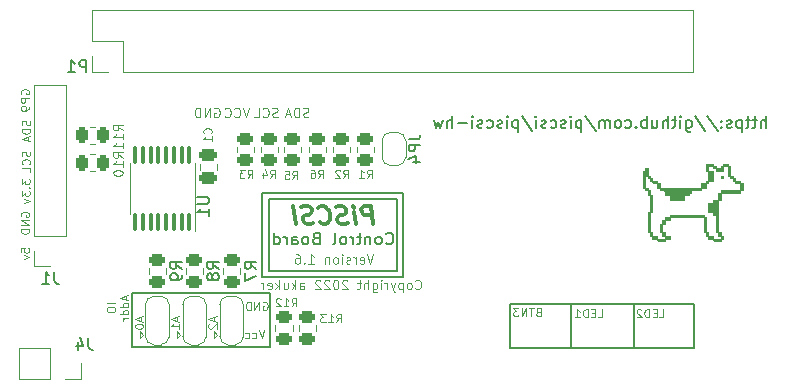
<source format=gbo>
G04 #@! TF.GenerationSoftware,KiCad,Pcbnew,(6.0.4)*
G04 #@! TF.CreationDate,2022-12-13T21:19:27-06:00*
G04 #@! TF.ProjectId,ctrl_board,6374726c-5f62-46f6-9172-642e6b696361,rev?*
G04 #@! TF.SameCoordinates,Original*
G04 #@! TF.FileFunction,Legend,Bot*
G04 #@! TF.FilePolarity,Positive*
%FSLAX46Y46*%
G04 Gerber Fmt 4.6, Leading zero omitted, Abs format (unit mm)*
G04 Created by KiCad (PCBNEW (6.0.4)) date 2022-12-13 21:19:27*
%MOMM*%
%LPD*%
G01*
G04 APERTURE LIST*
G04 Aperture macros list*
%AMRoundRect*
0 Rectangle with rounded corners*
0 $1 Rounding radius*
0 $2 $3 $4 $5 $6 $7 $8 $9 X,Y pos of 4 corners*
0 Add a 4 corners polygon primitive as box body*
4,1,4,$2,$3,$4,$5,$6,$7,$8,$9,$2,$3,0*
0 Add four circle primitives for the rounded corners*
1,1,$1+$1,$2,$3*
1,1,$1+$1,$4,$5*
1,1,$1+$1,$6,$7*
1,1,$1+$1,$8,$9*
0 Add four rect primitives between the rounded corners*
20,1,$1+$1,$2,$3,$4,$5,0*
20,1,$1+$1,$4,$5,$6,$7,0*
20,1,$1+$1,$6,$7,$8,$9,0*
20,1,$1+$1,$8,$9,$2,$3,0*%
%AMFreePoly0*
4,1,22,0.500000,-0.750000,0.000000,-0.750000,0.000000,-0.745033,-0.079941,-0.743568,-0.215256,-0.701293,-0.333266,-0.622738,-0.424486,-0.514219,-0.481581,-0.384460,-0.499164,-0.250000,-0.500000,-0.250000,-0.500000,0.250000,-0.499164,0.250000,-0.499963,0.256109,-0.478152,0.396186,-0.417904,0.524511,-0.324060,0.630769,-0.204165,0.706417,-0.067858,0.745374,0.000000,0.744959,0.000000,0.750000,
0.500000,0.750000,0.500000,-0.750000,0.500000,-0.750000,$1*%
%AMFreePoly1*
4,1,20,0.000000,0.744959,0.073905,0.744508,0.209726,0.703889,0.328688,0.626782,0.421226,0.519385,0.479903,0.390333,0.500000,0.250000,0.500000,-0.250000,0.499851,-0.262216,0.476331,-0.402017,0.414519,-0.529596,0.319384,-0.634700,0.198574,-0.708877,0.061801,-0.746166,0.000000,-0.745033,0.000000,-0.750000,-0.500000,-0.750000,-0.500000,0.750000,0.000000,0.750000,0.000000,0.744959,
0.000000,0.744959,$1*%
%AMFreePoly2*
4,1,22,0.550000,-0.750000,0.000000,-0.750000,0.000000,-0.745033,-0.079941,-0.743568,-0.215256,-0.701293,-0.333266,-0.622738,-0.424486,-0.514219,-0.481581,-0.384460,-0.499164,-0.250000,-0.500000,-0.250000,-0.500000,0.250000,-0.499164,0.250000,-0.499963,0.256109,-0.478152,0.396186,-0.417904,0.524511,-0.324060,0.630769,-0.204165,0.706417,-0.067858,0.745374,0.000000,0.744959,0.000000,0.750000,
0.550000,0.750000,0.550000,-0.750000,0.550000,-0.750000,$1*%
%AMFreePoly3*
4,1,20,0.000000,0.744959,0.073905,0.744508,0.209726,0.703889,0.328688,0.626782,0.421226,0.519385,0.479903,0.390333,0.500000,0.250000,0.500000,-0.250000,0.499851,-0.262216,0.476331,-0.402017,0.414519,-0.529596,0.319384,-0.634700,0.198574,-0.708877,0.061801,-0.746166,0.000000,-0.745033,0.000000,-0.750000,-0.550000,-0.750000,-0.550000,0.750000,0.000000,0.750000,0.000000,0.744959,
0.000000,0.744959,$1*%
G04 Aperture macros list end*
%ADD10C,0.100000*%
%ADD11C,0.150000*%
%ADD12C,0.350000*%
%ADD13C,0.120000*%
%ADD14C,0.010000*%
%ADD15R,1.700000X1.700000*%
%ADD16O,1.700000X1.700000*%
%ADD17O,6.500000X2.500000*%
%ADD18O,8.500000X2.500000*%
%ADD19O,8.000000X2.500000*%
%ADD20C,2.700000*%
%ADD21C,2.000000*%
%ADD22R,2.000000X2.000000*%
%ADD23R,2.000000X3.200000*%
%ADD24RoundRect,0.250000X-0.262500X-0.450000X0.262500X-0.450000X0.262500X0.450000X-0.262500X0.450000X0*%
%ADD25FreePoly0,90.000000*%
%ADD26FreePoly1,90.000000*%
%ADD27FreePoly2,90.000000*%
%ADD28R,1.500000X1.000000*%
%ADD29FreePoly3,90.000000*%
%ADD30RoundRect,0.250000X-0.450000X0.262500X-0.450000X-0.262500X0.450000X-0.262500X0.450000X0.262500X0*%
%ADD31RoundRect,0.250000X0.450000X-0.262500X0.450000X0.262500X-0.450000X0.262500X-0.450000X-0.262500X0*%
%ADD32RoundRect,0.100000X0.100000X-0.637500X0.100000X0.637500X-0.100000X0.637500X-0.100000X-0.637500X0*%
%ADD33RoundRect,0.250000X0.262500X0.450000X-0.262500X0.450000X-0.262500X-0.450000X0.262500X-0.450000X0*%
%ADD34RoundRect,0.250000X-0.475000X0.250000X-0.475000X-0.250000X0.475000X-0.250000X0.475000X0.250000X0*%
G04 APERTURE END LIST*
D10*
X234426666Y-118455714D02*
X234464761Y-118493809D01*
X234579047Y-118531904D01*
X234655238Y-118531904D01*
X234769523Y-118493809D01*
X234845714Y-118417619D01*
X234883809Y-118341428D01*
X234921904Y-118189047D01*
X234921904Y-118074761D01*
X234883809Y-117922380D01*
X234845714Y-117846190D01*
X234769523Y-117770000D01*
X234655238Y-117731904D01*
X234579047Y-117731904D01*
X234464761Y-117770000D01*
X234426666Y-117808095D01*
X233969523Y-118531904D02*
X234045714Y-118493809D01*
X234083809Y-118455714D01*
X234121904Y-118379523D01*
X234121904Y-118150952D01*
X234083809Y-118074761D01*
X234045714Y-118036666D01*
X233969523Y-117998571D01*
X233855238Y-117998571D01*
X233779047Y-118036666D01*
X233740952Y-118074761D01*
X233702857Y-118150952D01*
X233702857Y-118379523D01*
X233740952Y-118455714D01*
X233779047Y-118493809D01*
X233855238Y-118531904D01*
X233969523Y-118531904D01*
X233360000Y-117998571D02*
X233360000Y-118798571D01*
X233360000Y-118036666D02*
X233283809Y-117998571D01*
X233131428Y-117998571D01*
X233055238Y-118036666D01*
X233017142Y-118074761D01*
X232979047Y-118150952D01*
X232979047Y-118379523D01*
X233017142Y-118455714D01*
X233055238Y-118493809D01*
X233131428Y-118531904D01*
X233283809Y-118531904D01*
X233360000Y-118493809D01*
X232712380Y-117998571D02*
X232521904Y-118531904D01*
X232331428Y-117998571D02*
X232521904Y-118531904D01*
X232598095Y-118722380D01*
X232636190Y-118760476D01*
X232712380Y-118798571D01*
X232026666Y-118531904D02*
X232026666Y-117998571D01*
X232026666Y-118150952D02*
X231988571Y-118074761D01*
X231950476Y-118036666D01*
X231874285Y-117998571D01*
X231798095Y-117998571D01*
X231531428Y-118531904D02*
X231531428Y-117998571D01*
X231531428Y-117731904D02*
X231569523Y-117770000D01*
X231531428Y-117808095D01*
X231493333Y-117770000D01*
X231531428Y-117731904D01*
X231531428Y-117808095D01*
X230807619Y-117998571D02*
X230807619Y-118646190D01*
X230845714Y-118722380D01*
X230883809Y-118760476D01*
X230960000Y-118798571D01*
X231074285Y-118798571D01*
X231150476Y-118760476D01*
X230807619Y-118493809D02*
X230883809Y-118531904D01*
X231036190Y-118531904D01*
X231112380Y-118493809D01*
X231150476Y-118455714D01*
X231188571Y-118379523D01*
X231188571Y-118150952D01*
X231150476Y-118074761D01*
X231112380Y-118036666D01*
X231036190Y-117998571D01*
X230883809Y-117998571D01*
X230807619Y-118036666D01*
X230426666Y-118531904D02*
X230426666Y-117731904D01*
X230083809Y-118531904D02*
X230083809Y-118112857D01*
X230121904Y-118036666D01*
X230198095Y-117998571D01*
X230312380Y-117998571D01*
X230388571Y-118036666D01*
X230426666Y-118074761D01*
X229817142Y-117998571D02*
X229512380Y-117998571D01*
X229702857Y-117731904D02*
X229702857Y-118417619D01*
X229664761Y-118493809D01*
X229588571Y-118531904D01*
X229512380Y-118531904D01*
X228674285Y-117808095D02*
X228636190Y-117770000D01*
X228560000Y-117731904D01*
X228369523Y-117731904D01*
X228293333Y-117770000D01*
X228255238Y-117808095D01*
X228217142Y-117884285D01*
X228217142Y-117960476D01*
X228255238Y-118074761D01*
X228712380Y-118531904D01*
X228217142Y-118531904D01*
X227721904Y-117731904D02*
X227645714Y-117731904D01*
X227569523Y-117770000D01*
X227531428Y-117808095D01*
X227493333Y-117884285D01*
X227455238Y-118036666D01*
X227455238Y-118227142D01*
X227493333Y-118379523D01*
X227531428Y-118455714D01*
X227569523Y-118493809D01*
X227645714Y-118531904D01*
X227721904Y-118531904D01*
X227798095Y-118493809D01*
X227836190Y-118455714D01*
X227874285Y-118379523D01*
X227912380Y-118227142D01*
X227912380Y-118036666D01*
X227874285Y-117884285D01*
X227836190Y-117808095D01*
X227798095Y-117770000D01*
X227721904Y-117731904D01*
X227150476Y-117808095D02*
X227112380Y-117770000D01*
X227036190Y-117731904D01*
X226845714Y-117731904D01*
X226769523Y-117770000D01*
X226731428Y-117808095D01*
X226693333Y-117884285D01*
X226693333Y-117960476D01*
X226731428Y-118074761D01*
X227188571Y-118531904D01*
X226693333Y-118531904D01*
X226388571Y-117808095D02*
X226350476Y-117770000D01*
X226274285Y-117731904D01*
X226083809Y-117731904D01*
X226007619Y-117770000D01*
X225969523Y-117808095D01*
X225931428Y-117884285D01*
X225931428Y-117960476D01*
X225969523Y-118074761D01*
X226426666Y-118531904D01*
X225931428Y-118531904D01*
X224636190Y-118531904D02*
X224636190Y-118112857D01*
X224674285Y-118036666D01*
X224750476Y-117998571D01*
X224902857Y-117998571D01*
X224979047Y-118036666D01*
X224636190Y-118493809D02*
X224712380Y-118531904D01*
X224902857Y-118531904D01*
X224979047Y-118493809D01*
X225017142Y-118417619D01*
X225017142Y-118341428D01*
X224979047Y-118265238D01*
X224902857Y-118227142D01*
X224712380Y-118227142D01*
X224636190Y-118189047D01*
X224255238Y-118531904D02*
X224255238Y-117731904D01*
X224179047Y-118227142D02*
X223950476Y-118531904D01*
X223950476Y-117998571D02*
X224255238Y-118303333D01*
X223264761Y-117998571D02*
X223264761Y-118531904D01*
X223607619Y-117998571D02*
X223607619Y-118417619D01*
X223569523Y-118493809D01*
X223493333Y-118531904D01*
X223379047Y-118531904D01*
X223302857Y-118493809D01*
X223264761Y-118455714D01*
X222883809Y-118531904D02*
X222883809Y-117731904D01*
X222807619Y-118227142D02*
X222579047Y-118531904D01*
X222579047Y-117998571D02*
X222883809Y-118303333D01*
X221931428Y-118493809D02*
X222007619Y-118531904D01*
X222160000Y-118531904D01*
X222236190Y-118493809D01*
X222274285Y-118417619D01*
X222274285Y-118112857D01*
X222236190Y-118036666D01*
X222160000Y-117998571D01*
X222007619Y-117998571D01*
X221931428Y-118036666D01*
X221893333Y-118112857D01*
X221893333Y-118189047D01*
X222274285Y-118265238D01*
X221550476Y-118531904D02*
X221550476Y-117998571D01*
X221550476Y-118150952D02*
X221512380Y-118074761D01*
X221474285Y-118036666D01*
X221398095Y-117998571D01*
X221321904Y-117998571D01*
X201050000Y-102000000D02*
X201016666Y-101933333D01*
X201016666Y-101833333D01*
X201050000Y-101733333D01*
X201116666Y-101666666D01*
X201183333Y-101633333D01*
X201316666Y-101600000D01*
X201416666Y-101600000D01*
X201550000Y-101633333D01*
X201616666Y-101666666D01*
X201683333Y-101733333D01*
X201716666Y-101833333D01*
X201716666Y-101900000D01*
X201683333Y-102000000D01*
X201650000Y-102033333D01*
X201416666Y-102033333D01*
X201416666Y-101900000D01*
X201716666Y-102333333D02*
X201016666Y-102333333D01*
X201016666Y-102600000D01*
X201050000Y-102666666D01*
X201083333Y-102700000D01*
X201150000Y-102733333D01*
X201250000Y-102733333D01*
X201316666Y-102700000D01*
X201350000Y-102666666D01*
X201383333Y-102600000D01*
X201383333Y-102333333D01*
X201716666Y-103066666D02*
X201716666Y-103200000D01*
X201683333Y-103266666D01*
X201650000Y-103300000D01*
X201550000Y-103366666D01*
X201416666Y-103400000D01*
X201150000Y-103400000D01*
X201083333Y-103366666D01*
X201050000Y-103333333D01*
X201016666Y-103266666D01*
X201016666Y-103133333D01*
X201050000Y-103066666D01*
X201083333Y-103033333D01*
X201150000Y-103000000D01*
X201316666Y-103000000D01*
X201383333Y-103033333D01*
X201416666Y-103066666D01*
X201450000Y-103133333D01*
X201450000Y-103266666D01*
X201416666Y-103333333D01*
X201383333Y-103366666D01*
X201316666Y-103400000D01*
D11*
X210400000Y-123393500D02*
X210400000Y-123012500D01*
X210395000Y-118885000D02*
X211493500Y-118885000D01*
X222033000Y-117009000D02*
X222033000Y-110913000D01*
X233336000Y-117453500D02*
X221461500Y-117453500D01*
X221461500Y-117453500D02*
X221461500Y-110341500D01*
X221461500Y-110341500D02*
X233336000Y-110341500D01*
X222033000Y-110913000D02*
X232828000Y-110913000D01*
X232830000Y-110913000D02*
X232830000Y-117009000D01*
X233336000Y-110341500D02*
X233336000Y-117453500D01*
X232828000Y-117009000D02*
X222033000Y-117009000D01*
X222144000Y-118885000D02*
X222144000Y-120599500D01*
X222144000Y-123393500D02*
X210400000Y-123400000D01*
X222144000Y-120599500D02*
X222144000Y-123393500D01*
X211493500Y-118885000D02*
X222144000Y-118885000D01*
X210395000Y-123012500D02*
X210395000Y-120599500D01*
X252900000Y-119800000D02*
X258000000Y-119800000D01*
X258000000Y-119800000D02*
X258000000Y-123500000D01*
X258000000Y-123500000D02*
X252900000Y-123500000D01*
X252900000Y-123500000D02*
X252900000Y-119800000D01*
X242400000Y-119800000D02*
X247600000Y-119800000D01*
X247600000Y-119800000D02*
X247600000Y-123500000D01*
X247600000Y-123500000D02*
X242400000Y-123500000D01*
X242400000Y-123500000D02*
X242400000Y-119800000D01*
X210395000Y-120599500D02*
X210395000Y-118885000D01*
X247600000Y-123500000D02*
X252900000Y-123500000D01*
X252900000Y-123500000D02*
X252900000Y-119800000D01*
X252900000Y-119800000D02*
X247600000Y-119800000D01*
X247600000Y-119800000D02*
X247600000Y-123500000D01*
D10*
X201077166Y-109185500D02*
X201077166Y-109618833D01*
X201343833Y-109385500D01*
X201343833Y-109485500D01*
X201377166Y-109552166D01*
X201410500Y-109585500D01*
X201477166Y-109618833D01*
X201643833Y-109618833D01*
X201710500Y-109585500D01*
X201743833Y-109552166D01*
X201777166Y-109485500D01*
X201777166Y-109285500D01*
X201743833Y-109218833D01*
X201710500Y-109185500D01*
X201710500Y-109918833D02*
X201743833Y-109952166D01*
X201777166Y-109918833D01*
X201743833Y-109885500D01*
X201710500Y-109918833D01*
X201777166Y-109918833D01*
X201077166Y-110185500D02*
X201077166Y-110618833D01*
X201343833Y-110385500D01*
X201343833Y-110485500D01*
X201377166Y-110552166D01*
X201410500Y-110585500D01*
X201477166Y-110618833D01*
X201643833Y-110618833D01*
X201710500Y-110585500D01*
X201743833Y-110552166D01*
X201777166Y-110485500D01*
X201777166Y-110285500D01*
X201743833Y-110218833D01*
X201710500Y-110185500D01*
X201310500Y-110852166D02*
X201777166Y-111018833D01*
X201310500Y-111185500D01*
X201016666Y-115400000D02*
X201016666Y-115066666D01*
X201350000Y-115033333D01*
X201316666Y-115066666D01*
X201283333Y-115133333D01*
X201283333Y-115300000D01*
X201316666Y-115366666D01*
X201350000Y-115400000D01*
X201416666Y-115433333D01*
X201583333Y-115433333D01*
X201650000Y-115400000D01*
X201683333Y-115366666D01*
X201716666Y-115300000D01*
X201716666Y-115133333D01*
X201683333Y-115066666D01*
X201650000Y-115033333D01*
X201250000Y-115666666D02*
X201716666Y-115833333D01*
X201250000Y-116000000D01*
X201050000Y-112366666D02*
X201016666Y-112300000D01*
X201016666Y-112200000D01*
X201050000Y-112100000D01*
X201116666Y-112033333D01*
X201183333Y-112000000D01*
X201316666Y-111966666D01*
X201416666Y-111966666D01*
X201550000Y-112000000D01*
X201616666Y-112033333D01*
X201683333Y-112100000D01*
X201716666Y-112200000D01*
X201716666Y-112266666D01*
X201683333Y-112366666D01*
X201650000Y-112400000D01*
X201416666Y-112400000D01*
X201416666Y-112266666D01*
X201716666Y-112700000D02*
X201016666Y-112700000D01*
X201716666Y-113100000D01*
X201016666Y-113100000D01*
X201716666Y-113433333D02*
X201016666Y-113433333D01*
X201016666Y-113600000D01*
X201050000Y-113700000D01*
X201116666Y-113766666D01*
X201183333Y-113800000D01*
X201316666Y-113833333D01*
X201416666Y-113833333D01*
X201550000Y-113800000D01*
X201616666Y-113766666D01*
X201683333Y-113700000D01*
X201716666Y-113600000D01*
X201716666Y-113433333D01*
X201783333Y-104250000D02*
X201816666Y-104350000D01*
X201816666Y-104516666D01*
X201783333Y-104583333D01*
X201750000Y-104616666D01*
X201683333Y-104650000D01*
X201616666Y-104650000D01*
X201550000Y-104616666D01*
X201516666Y-104583333D01*
X201483333Y-104516666D01*
X201450000Y-104383333D01*
X201416666Y-104316666D01*
X201383333Y-104283333D01*
X201316666Y-104250000D01*
X201250000Y-104250000D01*
X201183333Y-104283333D01*
X201150000Y-104316666D01*
X201116666Y-104383333D01*
X201116666Y-104550000D01*
X201150000Y-104650000D01*
X201816666Y-104950000D02*
X201116666Y-104950000D01*
X201116666Y-105116666D01*
X201150000Y-105216666D01*
X201216666Y-105283333D01*
X201283333Y-105316666D01*
X201416666Y-105350000D01*
X201516666Y-105350000D01*
X201650000Y-105316666D01*
X201716666Y-105283333D01*
X201783333Y-105216666D01*
X201816666Y-105116666D01*
X201816666Y-104950000D01*
X201616666Y-105616666D02*
X201616666Y-105950000D01*
X201816666Y-105550000D02*
X201116666Y-105783333D01*
X201816666Y-106016666D01*
X201783333Y-106866666D02*
X201816666Y-106966666D01*
X201816666Y-107133333D01*
X201783333Y-107200000D01*
X201750000Y-107233333D01*
X201683333Y-107266666D01*
X201616666Y-107266666D01*
X201550000Y-107233333D01*
X201516666Y-107200000D01*
X201483333Y-107133333D01*
X201450000Y-107000000D01*
X201416666Y-106933333D01*
X201383333Y-106900000D01*
X201316666Y-106866666D01*
X201250000Y-106866666D01*
X201183333Y-106900000D01*
X201150000Y-106933333D01*
X201116666Y-107000000D01*
X201116666Y-107166666D01*
X201150000Y-107266666D01*
X201750000Y-107966666D02*
X201783333Y-107933333D01*
X201816666Y-107833333D01*
X201816666Y-107766666D01*
X201783333Y-107666666D01*
X201716666Y-107600000D01*
X201650000Y-107566666D01*
X201516666Y-107533333D01*
X201416666Y-107533333D01*
X201283333Y-107566666D01*
X201216666Y-107600000D01*
X201150000Y-107666666D01*
X201116666Y-107766666D01*
X201116666Y-107833333D01*
X201150000Y-107933333D01*
X201183333Y-107966666D01*
X201816666Y-108600000D02*
X201816666Y-108266666D01*
X201116666Y-108266666D01*
X221633333Y-121994166D02*
X221400000Y-122694166D01*
X221166666Y-121994166D01*
X220633333Y-122660833D02*
X220700000Y-122694166D01*
X220833333Y-122694166D01*
X220900000Y-122660833D01*
X220933333Y-122627500D01*
X220966666Y-122560833D01*
X220966666Y-122360833D01*
X220933333Y-122294166D01*
X220900000Y-122260833D01*
X220833333Y-122227500D01*
X220700000Y-122227500D01*
X220633333Y-122260833D01*
X220033333Y-122660833D02*
X220100000Y-122694166D01*
X220233333Y-122694166D01*
X220300000Y-122660833D01*
X220333333Y-122627500D01*
X220366666Y-122560833D01*
X220366666Y-122360833D01*
X220333333Y-122294166D01*
X220300000Y-122260833D01*
X220233333Y-122227500D01*
X220100000Y-122227500D01*
X220033333Y-122260833D01*
X221533333Y-119614500D02*
X221600000Y-119581166D01*
X221700000Y-119581166D01*
X221800000Y-119614500D01*
X221866666Y-119681166D01*
X221900000Y-119747833D01*
X221933333Y-119881166D01*
X221933333Y-119981166D01*
X221900000Y-120114500D01*
X221866666Y-120181166D01*
X221800000Y-120247833D01*
X221700000Y-120281166D01*
X221633333Y-120281166D01*
X221533333Y-120247833D01*
X221500000Y-120214500D01*
X221500000Y-119981166D01*
X221633333Y-119981166D01*
X221200000Y-120281166D02*
X221200000Y-119581166D01*
X220800000Y-120281166D01*
X220800000Y-119581166D01*
X220466666Y-120281166D02*
X220466666Y-119581166D01*
X220300000Y-119581166D01*
X220200000Y-119614500D01*
X220133333Y-119681166D01*
X220100000Y-119747833D01*
X220066666Y-119881166D01*
X220066666Y-119981166D01*
X220100000Y-120114500D01*
X220133333Y-120181166D01*
X220200000Y-120247833D01*
X220300000Y-120281166D01*
X220466666Y-120281166D01*
X209005166Y-119724833D02*
X208305166Y-119724833D01*
X208305166Y-120191500D02*
X208305166Y-120324833D01*
X208338500Y-120391500D01*
X208405166Y-120458166D01*
X208538500Y-120491500D01*
X208771833Y-120491500D01*
X208905166Y-120458166D01*
X208971833Y-120391500D01*
X209005166Y-120324833D01*
X209005166Y-120191500D01*
X208971833Y-120124833D01*
X208905166Y-120058166D01*
X208771833Y-120024833D01*
X208538500Y-120024833D01*
X208405166Y-120058166D01*
X208338500Y-120124833D01*
X208305166Y-120191500D01*
X209932166Y-119074833D02*
X209932166Y-119408166D01*
X210132166Y-119008166D02*
X209432166Y-119241500D01*
X210132166Y-119474833D01*
X210132166Y-120008166D02*
X209432166Y-120008166D01*
X210098833Y-120008166D02*
X210132166Y-119941500D01*
X210132166Y-119808166D01*
X210098833Y-119741500D01*
X210065500Y-119708166D01*
X209998833Y-119674833D01*
X209798833Y-119674833D01*
X209732166Y-119708166D01*
X209698833Y-119741500D01*
X209665500Y-119808166D01*
X209665500Y-119941500D01*
X209698833Y-120008166D01*
X210132166Y-120641500D02*
X209432166Y-120641500D01*
X210098833Y-120641500D02*
X210132166Y-120574833D01*
X210132166Y-120441500D01*
X210098833Y-120374833D01*
X210065500Y-120341500D01*
X209998833Y-120308166D01*
X209798833Y-120308166D01*
X209732166Y-120341500D01*
X209698833Y-120374833D01*
X209665500Y-120441500D01*
X209665500Y-120574833D01*
X209698833Y-120641500D01*
X210132166Y-120974833D02*
X209665500Y-120974833D01*
X209798833Y-120974833D02*
X209732166Y-121008166D01*
X209698833Y-121041500D01*
X209665500Y-121108166D01*
X209665500Y-121174833D01*
X230846380Y-115554904D02*
X230579714Y-116354904D01*
X230313047Y-115554904D01*
X229741619Y-116316809D02*
X229817809Y-116354904D01*
X229970190Y-116354904D01*
X230046380Y-116316809D01*
X230084476Y-116240619D01*
X230084476Y-115935857D01*
X230046380Y-115859666D01*
X229970190Y-115821571D01*
X229817809Y-115821571D01*
X229741619Y-115859666D01*
X229703523Y-115935857D01*
X229703523Y-116012047D01*
X230084476Y-116088238D01*
X229360666Y-116354904D02*
X229360666Y-115821571D01*
X229360666Y-115973952D02*
X229322571Y-115897761D01*
X229284476Y-115859666D01*
X229208285Y-115821571D01*
X229132095Y-115821571D01*
X228903523Y-116316809D02*
X228827333Y-116354904D01*
X228674952Y-116354904D01*
X228598761Y-116316809D01*
X228560666Y-116240619D01*
X228560666Y-116202523D01*
X228598761Y-116126333D01*
X228674952Y-116088238D01*
X228789238Y-116088238D01*
X228865428Y-116050142D01*
X228903523Y-115973952D01*
X228903523Y-115935857D01*
X228865428Y-115859666D01*
X228789238Y-115821571D01*
X228674952Y-115821571D01*
X228598761Y-115859666D01*
X228217809Y-116354904D02*
X228217809Y-115821571D01*
X228217809Y-115554904D02*
X228255904Y-115593000D01*
X228217809Y-115631095D01*
X228179714Y-115593000D01*
X228217809Y-115554904D01*
X228217809Y-115631095D01*
X227722571Y-116354904D02*
X227798761Y-116316809D01*
X227836857Y-116278714D01*
X227874952Y-116202523D01*
X227874952Y-115973952D01*
X227836857Y-115897761D01*
X227798761Y-115859666D01*
X227722571Y-115821571D01*
X227608285Y-115821571D01*
X227532095Y-115859666D01*
X227494000Y-115897761D01*
X227455904Y-115973952D01*
X227455904Y-116202523D01*
X227494000Y-116278714D01*
X227532095Y-116316809D01*
X227608285Y-116354904D01*
X227722571Y-116354904D01*
X227113047Y-115821571D02*
X227113047Y-116354904D01*
X227113047Y-115897761D02*
X227074952Y-115859666D01*
X226998761Y-115821571D01*
X226884476Y-115821571D01*
X226808285Y-115859666D01*
X226770190Y-115935857D01*
X226770190Y-116354904D01*
X225360666Y-116354904D02*
X225817809Y-116354904D01*
X225589238Y-116354904D02*
X225589238Y-115554904D01*
X225665428Y-115669190D01*
X225741619Y-115745380D01*
X225817809Y-115783476D01*
X225017809Y-116278714D02*
X224979714Y-116316809D01*
X225017809Y-116354904D01*
X225055904Y-116316809D01*
X225017809Y-116278714D01*
X225017809Y-116354904D01*
X224294000Y-115554904D02*
X224446380Y-115554904D01*
X224522571Y-115593000D01*
X224560666Y-115631095D01*
X224636857Y-115745380D01*
X224674952Y-115897761D01*
X224674952Y-116202523D01*
X224636857Y-116278714D01*
X224598761Y-116316809D01*
X224522571Y-116354904D01*
X224370190Y-116354904D01*
X224294000Y-116316809D01*
X224255904Y-116278714D01*
X224217809Y-116202523D01*
X224217809Y-116012047D01*
X224255904Y-115935857D01*
X224294000Y-115897761D01*
X224370190Y-115859666D01*
X224522571Y-115859666D01*
X224598761Y-115897761D01*
X224636857Y-115935857D01*
X224674952Y-116012047D01*
D11*
X231946380Y-114635642D02*
X231994000Y-114683261D01*
X232136857Y-114730880D01*
X232232095Y-114730880D01*
X232374952Y-114683261D01*
X232470190Y-114588023D01*
X232517809Y-114492785D01*
X232565428Y-114302309D01*
X232565428Y-114159452D01*
X232517809Y-113968976D01*
X232470190Y-113873738D01*
X232374952Y-113778500D01*
X232232095Y-113730880D01*
X232136857Y-113730880D01*
X231994000Y-113778500D01*
X231946380Y-113826119D01*
X231374952Y-114730880D02*
X231470190Y-114683261D01*
X231517809Y-114635642D01*
X231565428Y-114540404D01*
X231565428Y-114254690D01*
X231517809Y-114159452D01*
X231470190Y-114111833D01*
X231374952Y-114064214D01*
X231232095Y-114064214D01*
X231136857Y-114111833D01*
X231089238Y-114159452D01*
X231041619Y-114254690D01*
X231041619Y-114540404D01*
X231089238Y-114635642D01*
X231136857Y-114683261D01*
X231232095Y-114730880D01*
X231374952Y-114730880D01*
X230613047Y-114064214D02*
X230613047Y-114730880D01*
X230613047Y-114159452D02*
X230565428Y-114111833D01*
X230470190Y-114064214D01*
X230327333Y-114064214D01*
X230232095Y-114111833D01*
X230184476Y-114207071D01*
X230184476Y-114730880D01*
X229851142Y-114064214D02*
X229470190Y-114064214D01*
X229708285Y-113730880D02*
X229708285Y-114588023D01*
X229660666Y-114683261D01*
X229565428Y-114730880D01*
X229470190Y-114730880D01*
X229136857Y-114730880D02*
X229136857Y-114064214D01*
X229136857Y-114254690D02*
X229089238Y-114159452D01*
X229041619Y-114111833D01*
X228946380Y-114064214D01*
X228851142Y-114064214D01*
X228374952Y-114730880D02*
X228470190Y-114683261D01*
X228517809Y-114635642D01*
X228565428Y-114540404D01*
X228565428Y-114254690D01*
X228517809Y-114159452D01*
X228470190Y-114111833D01*
X228374952Y-114064214D01*
X228232095Y-114064214D01*
X228136857Y-114111833D01*
X228089238Y-114159452D01*
X228041619Y-114254690D01*
X228041619Y-114540404D01*
X228089238Y-114635642D01*
X228136857Y-114683261D01*
X228232095Y-114730880D01*
X228374952Y-114730880D01*
X227470190Y-114730880D02*
X227565428Y-114683261D01*
X227613047Y-114588023D01*
X227613047Y-113730880D01*
X225994000Y-114207071D02*
X225851142Y-114254690D01*
X225803523Y-114302309D01*
X225755904Y-114397547D01*
X225755904Y-114540404D01*
X225803523Y-114635642D01*
X225851142Y-114683261D01*
X225946380Y-114730880D01*
X226327333Y-114730880D01*
X226327333Y-113730880D01*
X225994000Y-113730880D01*
X225898761Y-113778500D01*
X225851142Y-113826119D01*
X225803523Y-113921357D01*
X225803523Y-114016595D01*
X225851142Y-114111833D01*
X225898761Y-114159452D01*
X225994000Y-114207071D01*
X226327333Y-114207071D01*
X225184476Y-114730880D02*
X225279714Y-114683261D01*
X225327333Y-114635642D01*
X225374952Y-114540404D01*
X225374952Y-114254690D01*
X225327333Y-114159452D01*
X225279714Y-114111833D01*
X225184476Y-114064214D01*
X225041619Y-114064214D01*
X224946380Y-114111833D01*
X224898761Y-114159452D01*
X224851142Y-114254690D01*
X224851142Y-114540404D01*
X224898761Y-114635642D01*
X224946380Y-114683261D01*
X225041619Y-114730880D01*
X225184476Y-114730880D01*
X223994000Y-114730880D02*
X223994000Y-114207071D01*
X224041619Y-114111833D01*
X224136857Y-114064214D01*
X224327333Y-114064214D01*
X224422571Y-114111833D01*
X223994000Y-114683261D02*
X224089238Y-114730880D01*
X224327333Y-114730880D01*
X224422571Y-114683261D01*
X224470190Y-114588023D01*
X224470190Y-114492785D01*
X224422571Y-114397547D01*
X224327333Y-114349928D01*
X224089238Y-114349928D01*
X223994000Y-114302309D01*
X223517809Y-114730880D02*
X223517809Y-114064214D01*
X223517809Y-114254690D02*
X223470190Y-114159452D01*
X223422571Y-114111833D01*
X223327333Y-114064214D01*
X223232095Y-114064214D01*
X222470190Y-114730880D02*
X222470190Y-113730880D01*
X222470190Y-114683261D02*
X222565428Y-114730880D01*
X222755904Y-114730880D01*
X222851142Y-114683261D01*
X222898761Y-114635642D01*
X222946380Y-114540404D01*
X222946380Y-114254690D01*
X222898761Y-114159452D01*
X222851142Y-114111833D01*
X222755904Y-114064214D01*
X222565428Y-114064214D01*
X222470190Y-114111833D01*
D12*
X230858223Y-112988571D02*
X230670723Y-111488571D01*
X230099294Y-111488571D01*
X229965366Y-111560000D01*
X229902866Y-111631428D01*
X229849294Y-111774285D01*
X229876080Y-111988571D01*
X229965366Y-112131428D01*
X230045723Y-112202857D01*
X230197508Y-112274285D01*
X230768937Y-112274285D01*
X229358223Y-112988571D02*
X229233223Y-111988571D01*
X229170723Y-111488571D02*
X229251080Y-111560000D01*
X229188580Y-111631428D01*
X229108223Y-111560000D01*
X229170723Y-111488571D01*
X229188580Y-111631428D01*
X228706437Y-112917142D02*
X228501080Y-112988571D01*
X228143937Y-112988571D01*
X227992151Y-112917142D01*
X227911794Y-112845714D01*
X227822508Y-112702857D01*
X227804651Y-112560000D01*
X227858223Y-112417142D01*
X227920723Y-112345714D01*
X228054651Y-112274285D01*
X228331437Y-112202857D01*
X228465366Y-112131428D01*
X228527866Y-112060000D01*
X228581437Y-111917142D01*
X228563580Y-111774285D01*
X228474294Y-111631428D01*
X228393937Y-111560000D01*
X228242151Y-111488571D01*
X227885008Y-111488571D01*
X227679651Y-111560000D01*
X226340366Y-112845714D02*
X226420723Y-112917142D01*
X226643937Y-112988571D01*
X226786794Y-112988571D01*
X226992151Y-112917142D01*
X227117151Y-112774285D01*
X227170723Y-112631428D01*
X227206437Y-112345714D01*
X227179651Y-112131428D01*
X227072508Y-111845714D01*
X226983223Y-111702857D01*
X226822508Y-111560000D01*
X226599294Y-111488571D01*
X226456437Y-111488571D01*
X226251080Y-111560000D01*
X226188580Y-111631428D01*
X225777866Y-112917142D02*
X225572508Y-112988571D01*
X225215366Y-112988571D01*
X225063580Y-112917142D01*
X224983223Y-112845714D01*
X224893937Y-112702857D01*
X224876080Y-112560000D01*
X224929651Y-112417142D01*
X224992151Y-112345714D01*
X225126080Y-112274285D01*
X225402866Y-112202857D01*
X225536794Y-112131428D01*
X225599294Y-112060000D01*
X225652866Y-111917142D01*
X225635008Y-111774285D01*
X225545723Y-111631428D01*
X225465366Y-111560000D01*
X225313580Y-111488571D01*
X224956437Y-111488571D01*
X224751080Y-111560000D01*
X224286794Y-112988571D02*
X224099294Y-111488571D01*
D10*
X255083333Y-120916666D02*
X255416666Y-120916666D01*
X255416666Y-120216666D01*
X254850000Y-120550000D02*
X254616666Y-120550000D01*
X254516666Y-120916666D02*
X254850000Y-120916666D01*
X254850000Y-120216666D01*
X254516666Y-120216666D01*
X254216666Y-120916666D02*
X254216666Y-120216666D01*
X254050000Y-120216666D01*
X253950000Y-120250000D01*
X253883333Y-120316666D01*
X253850000Y-120383333D01*
X253816666Y-120516666D01*
X253816666Y-120616666D01*
X253850000Y-120750000D01*
X253883333Y-120816666D01*
X253950000Y-120883333D01*
X254050000Y-120916666D01*
X254216666Y-120916666D01*
X253550000Y-120283333D02*
X253516666Y-120250000D01*
X253450000Y-120216666D01*
X253283333Y-120216666D01*
X253216666Y-120250000D01*
X253183333Y-120283333D01*
X253150000Y-120350000D01*
X253150000Y-120416666D01*
X253183333Y-120516666D01*
X253583333Y-120916666D01*
X253150000Y-120916666D01*
X214231166Y-120861500D02*
X214231166Y-121194833D01*
X214431166Y-120794833D02*
X213731166Y-121028166D01*
X214431166Y-121261500D01*
X214431166Y-121861500D02*
X214431166Y-121461500D01*
X214431166Y-121661500D02*
X213731166Y-121661500D01*
X213831166Y-121594833D01*
X213897833Y-121528166D01*
X213931166Y-121461500D01*
D11*
X264103809Y-104872380D02*
X264103809Y-103872380D01*
X263675238Y-104872380D02*
X263675238Y-104348571D01*
X263722857Y-104253333D01*
X263818095Y-104205714D01*
X263960952Y-104205714D01*
X264056190Y-104253333D01*
X264103809Y-104300952D01*
X263341904Y-104205714D02*
X262960952Y-104205714D01*
X263199047Y-103872380D02*
X263199047Y-104729523D01*
X263151428Y-104824761D01*
X263056190Y-104872380D01*
X262960952Y-104872380D01*
X262770476Y-104205714D02*
X262389523Y-104205714D01*
X262627619Y-103872380D02*
X262627619Y-104729523D01*
X262580000Y-104824761D01*
X262484761Y-104872380D01*
X262389523Y-104872380D01*
X262056190Y-104205714D02*
X262056190Y-105205714D01*
X262056190Y-104253333D02*
X261960952Y-104205714D01*
X261770476Y-104205714D01*
X261675238Y-104253333D01*
X261627619Y-104300952D01*
X261580000Y-104396190D01*
X261580000Y-104681904D01*
X261627619Y-104777142D01*
X261675238Y-104824761D01*
X261770476Y-104872380D01*
X261960952Y-104872380D01*
X262056190Y-104824761D01*
X261199047Y-104824761D02*
X261103809Y-104872380D01*
X260913333Y-104872380D01*
X260818095Y-104824761D01*
X260770476Y-104729523D01*
X260770476Y-104681904D01*
X260818095Y-104586666D01*
X260913333Y-104539047D01*
X261056190Y-104539047D01*
X261151428Y-104491428D01*
X261199047Y-104396190D01*
X261199047Y-104348571D01*
X261151428Y-104253333D01*
X261056190Y-104205714D01*
X260913333Y-104205714D01*
X260818095Y-104253333D01*
X260341904Y-104777142D02*
X260294285Y-104824761D01*
X260341904Y-104872380D01*
X260389523Y-104824761D01*
X260341904Y-104777142D01*
X260341904Y-104872380D01*
X260341904Y-104253333D02*
X260294285Y-104300952D01*
X260341904Y-104348571D01*
X260389523Y-104300952D01*
X260341904Y-104253333D01*
X260341904Y-104348571D01*
X259151428Y-103824761D02*
X260008571Y-105110476D01*
X258103809Y-103824761D02*
X258960952Y-105110476D01*
X257341904Y-104205714D02*
X257341904Y-105015238D01*
X257389523Y-105110476D01*
X257437142Y-105158095D01*
X257532380Y-105205714D01*
X257675238Y-105205714D01*
X257770476Y-105158095D01*
X257341904Y-104824761D02*
X257437142Y-104872380D01*
X257627619Y-104872380D01*
X257722857Y-104824761D01*
X257770476Y-104777142D01*
X257818095Y-104681904D01*
X257818095Y-104396190D01*
X257770476Y-104300952D01*
X257722857Y-104253333D01*
X257627619Y-104205714D01*
X257437142Y-104205714D01*
X257341904Y-104253333D01*
X256865714Y-104872380D02*
X256865714Y-104205714D01*
X256865714Y-103872380D02*
X256913333Y-103920000D01*
X256865714Y-103967619D01*
X256818095Y-103920000D01*
X256865714Y-103872380D01*
X256865714Y-103967619D01*
X256532380Y-104205714D02*
X256151428Y-104205714D01*
X256389523Y-103872380D02*
X256389523Y-104729523D01*
X256341904Y-104824761D01*
X256246666Y-104872380D01*
X256151428Y-104872380D01*
X255818095Y-104872380D02*
X255818095Y-103872380D01*
X255389523Y-104872380D02*
X255389523Y-104348571D01*
X255437142Y-104253333D01*
X255532380Y-104205714D01*
X255675238Y-104205714D01*
X255770476Y-104253333D01*
X255818095Y-104300952D01*
X254484761Y-104205714D02*
X254484761Y-104872380D01*
X254913333Y-104205714D02*
X254913333Y-104729523D01*
X254865714Y-104824761D01*
X254770476Y-104872380D01*
X254627619Y-104872380D01*
X254532380Y-104824761D01*
X254484761Y-104777142D01*
X254008571Y-104872380D02*
X254008571Y-103872380D01*
X254008571Y-104253333D02*
X253913333Y-104205714D01*
X253722857Y-104205714D01*
X253627619Y-104253333D01*
X253580000Y-104300952D01*
X253532380Y-104396190D01*
X253532380Y-104681904D01*
X253580000Y-104777142D01*
X253627619Y-104824761D01*
X253722857Y-104872380D01*
X253913333Y-104872380D01*
X254008571Y-104824761D01*
X253103809Y-104777142D02*
X253056190Y-104824761D01*
X253103809Y-104872380D01*
X253151428Y-104824761D01*
X253103809Y-104777142D01*
X253103809Y-104872380D01*
X252199047Y-104824761D02*
X252294285Y-104872380D01*
X252484761Y-104872380D01*
X252580000Y-104824761D01*
X252627619Y-104777142D01*
X252675238Y-104681904D01*
X252675238Y-104396190D01*
X252627619Y-104300952D01*
X252580000Y-104253333D01*
X252484761Y-104205714D01*
X252294285Y-104205714D01*
X252199047Y-104253333D01*
X251627619Y-104872380D02*
X251722857Y-104824761D01*
X251770476Y-104777142D01*
X251818095Y-104681904D01*
X251818095Y-104396190D01*
X251770476Y-104300952D01*
X251722857Y-104253333D01*
X251627619Y-104205714D01*
X251484761Y-104205714D01*
X251389523Y-104253333D01*
X251341904Y-104300952D01*
X251294285Y-104396190D01*
X251294285Y-104681904D01*
X251341904Y-104777142D01*
X251389523Y-104824761D01*
X251484761Y-104872380D01*
X251627619Y-104872380D01*
X250865714Y-104872380D02*
X250865714Y-104205714D01*
X250865714Y-104300952D02*
X250818095Y-104253333D01*
X250722857Y-104205714D01*
X250580000Y-104205714D01*
X250484761Y-104253333D01*
X250437142Y-104348571D01*
X250437142Y-104872380D01*
X250437142Y-104348571D02*
X250389523Y-104253333D01*
X250294285Y-104205714D01*
X250151428Y-104205714D01*
X250056190Y-104253333D01*
X250008571Y-104348571D01*
X250008571Y-104872380D01*
X248818095Y-103824761D02*
X249675238Y-105110476D01*
X248484761Y-104205714D02*
X248484761Y-105205714D01*
X248484761Y-104253333D02*
X248389523Y-104205714D01*
X248199047Y-104205714D01*
X248103809Y-104253333D01*
X248056190Y-104300952D01*
X248008571Y-104396190D01*
X248008571Y-104681904D01*
X248056190Y-104777142D01*
X248103809Y-104824761D01*
X248199047Y-104872380D01*
X248389523Y-104872380D01*
X248484761Y-104824761D01*
X247580000Y-104872380D02*
X247580000Y-104205714D01*
X247580000Y-103872380D02*
X247627619Y-103920000D01*
X247580000Y-103967619D01*
X247532380Y-103920000D01*
X247580000Y-103872380D01*
X247580000Y-103967619D01*
X247151428Y-104824761D02*
X247056190Y-104872380D01*
X246865714Y-104872380D01*
X246770476Y-104824761D01*
X246722857Y-104729523D01*
X246722857Y-104681904D01*
X246770476Y-104586666D01*
X246865714Y-104539047D01*
X247008571Y-104539047D01*
X247103809Y-104491428D01*
X247151428Y-104396190D01*
X247151428Y-104348571D01*
X247103809Y-104253333D01*
X247008571Y-104205714D01*
X246865714Y-104205714D01*
X246770476Y-104253333D01*
X245865714Y-104824761D02*
X245960952Y-104872380D01*
X246151428Y-104872380D01*
X246246666Y-104824761D01*
X246294285Y-104777142D01*
X246341904Y-104681904D01*
X246341904Y-104396190D01*
X246294285Y-104300952D01*
X246246666Y-104253333D01*
X246151428Y-104205714D01*
X245960952Y-104205714D01*
X245865714Y-104253333D01*
X245484761Y-104824761D02*
X245389523Y-104872380D01*
X245199047Y-104872380D01*
X245103809Y-104824761D01*
X245056190Y-104729523D01*
X245056190Y-104681904D01*
X245103809Y-104586666D01*
X245199047Y-104539047D01*
X245341904Y-104539047D01*
X245437142Y-104491428D01*
X245484761Y-104396190D01*
X245484761Y-104348571D01*
X245437142Y-104253333D01*
X245341904Y-104205714D01*
X245199047Y-104205714D01*
X245103809Y-104253333D01*
X244627619Y-104872380D02*
X244627619Y-104205714D01*
X244627619Y-103872380D02*
X244675238Y-103920000D01*
X244627619Y-103967619D01*
X244580000Y-103920000D01*
X244627619Y-103872380D01*
X244627619Y-103967619D01*
X243437142Y-103824761D02*
X244294285Y-105110476D01*
X243103809Y-104205714D02*
X243103809Y-105205714D01*
X243103809Y-104253333D02*
X243008571Y-104205714D01*
X242818095Y-104205714D01*
X242722857Y-104253333D01*
X242675238Y-104300952D01*
X242627619Y-104396190D01*
X242627619Y-104681904D01*
X242675238Y-104777142D01*
X242722857Y-104824761D01*
X242818095Y-104872380D01*
X243008571Y-104872380D01*
X243103809Y-104824761D01*
X242199047Y-104872380D02*
X242199047Y-104205714D01*
X242199047Y-103872380D02*
X242246666Y-103920000D01*
X242199047Y-103967619D01*
X242151428Y-103920000D01*
X242199047Y-103872380D01*
X242199047Y-103967619D01*
X241770476Y-104824761D02*
X241675238Y-104872380D01*
X241484761Y-104872380D01*
X241389523Y-104824761D01*
X241341904Y-104729523D01*
X241341904Y-104681904D01*
X241389523Y-104586666D01*
X241484761Y-104539047D01*
X241627619Y-104539047D01*
X241722857Y-104491428D01*
X241770476Y-104396190D01*
X241770476Y-104348571D01*
X241722857Y-104253333D01*
X241627619Y-104205714D01*
X241484761Y-104205714D01*
X241389523Y-104253333D01*
X240484761Y-104824761D02*
X240580000Y-104872380D01*
X240770476Y-104872380D01*
X240865714Y-104824761D01*
X240913333Y-104777142D01*
X240960952Y-104681904D01*
X240960952Y-104396190D01*
X240913333Y-104300952D01*
X240865714Y-104253333D01*
X240770476Y-104205714D01*
X240580000Y-104205714D01*
X240484761Y-104253333D01*
X240103809Y-104824761D02*
X240008571Y-104872380D01*
X239818095Y-104872380D01*
X239722857Y-104824761D01*
X239675238Y-104729523D01*
X239675238Y-104681904D01*
X239722857Y-104586666D01*
X239818095Y-104539047D01*
X239960952Y-104539047D01*
X240056190Y-104491428D01*
X240103809Y-104396190D01*
X240103809Y-104348571D01*
X240056190Y-104253333D01*
X239960952Y-104205714D01*
X239818095Y-104205714D01*
X239722857Y-104253333D01*
X239246666Y-104872380D02*
X239246666Y-104205714D01*
X239246666Y-103872380D02*
X239294285Y-103920000D01*
X239246666Y-103967619D01*
X239199047Y-103920000D01*
X239246666Y-103872380D01*
X239246666Y-103967619D01*
X238770476Y-104491428D02*
X238008571Y-104491428D01*
X237532380Y-104872380D02*
X237532380Y-103872380D01*
X237103809Y-104872380D02*
X237103809Y-104348571D01*
X237151428Y-104253333D01*
X237246666Y-104205714D01*
X237389523Y-104205714D01*
X237484761Y-104253333D01*
X237532380Y-104300952D01*
X236722857Y-104205714D02*
X236532380Y-104872380D01*
X236341904Y-104396190D01*
X236151428Y-104872380D01*
X235960952Y-104205714D01*
D10*
X244816666Y-120450000D02*
X244716666Y-120483333D01*
X244683333Y-120516666D01*
X244650000Y-120583333D01*
X244650000Y-120683333D01*
X244683333Y-120750000D01*
X244716666Y-120783333D01*
X244783333Y-120816666D01*
X245050000Y-120816666D01*
X245050000Y-120116666D01*
X244816666Y-120116666D01*
X244750000Y-120150000D01*
X244716666Y-120183333D01*
X244683333Y-120250000D01*
X244683333Y-120316666D01*
X244716666Y-120383333D01*
X244750000Y-120416666D01*
X244816666Y-120450000D01*
X245050000Y-120450000D01*
X244450000Y-120116666D02*
X244050000Y-120116666D01*
X244250000Y-120816666D02*
X244250000Y-120116666D01*
X243816666Y-120816666D02*
X243816666Y-120116666D01*
X243416666Y-120816666D01*
X243416666Y-120116666D01*
X243150000Y-120116666D02*
X242716666Y-120116666D01*
X242950000Y-120383333D01*
X242850000Y-120383333D01*
X242783333Y-120416666D01*
X242750000Y-120450000D01*
X242716666Y-120516666D01*
X242716666Y-120683333D01*
X242750000Y-120750000D01*
X242783333Y-120783333D01*
X242850000Y-120816666D01*
X243050000Y-120816666D01*
X243116666Y-120783333D01*
X243150000Y-120750000D01*
X249883333Y-120916666D02*
X250216666Y-120916666D01*
X250216666Y-120216666D01*
X249650000Y-120550000D02*
X249416666Y-120550000D01*
X249316666Y-120916666D02*
X249650000Y-120916666D01*
X249650000Y-120216666D01*
X249316666Y-120216666D01*
X249016666Y-120916666D02*
X249016666Y-120216666D01*
X248850000Y-120216666D01*
X248750000Y-120250000D01*
X248683333Y-120316666D01*
X248650000Y-120383333D01*
X248616666Y-120516666D01*
X248616666Y-120616666D01*
X248650000Y-120750000D01*
X248683333Y-120816666D01*
X248750000Y-120883333D01*
X248850000Y-120916666D01*
X249016666Y-120916666D01*
X247950000Y-120916666D02*
X248350000Y-120916666D01*
X248150000Y-120916666D02*
X248150000Y-120216666D01*
X248216666Y-120316666D01*
X248283333Y-120383333D01*
X248350000Y-120416666D01*
X217406166Y-120861500D02*
X217406166Y-121194833D01*
X217606166Y-120794833D02*
X216906166Y-121028166D01*
X217606166Y-121261500D01*
X216972833Y-121461500D02*
X216939500Y-121494833D01*
X216906166Y-121561500D01*
X216906166Y-121728166D01*
X216939500Y-121794833D01*
X216972833Y-121828166D01*
X217039500Y-121861500D01*
X217106166Y-121861500D01*
X217206166Y-121828166D01*
X217606166Y-121428166D01*
X217606166Y-121861500D01*
X211183166Y-120861500D02*
X211183166Y-121194833D01*
X211383166Y-120794833D02*
X210683166Y-121028166D01*
X211383166Y-121261500D01*
X210683166Y-121628166D02*
X210683166Y-121694833D01*
X210716500Y-121761500D01*
X210749833Y-121794833D01*
X210816500Y-121828166D01*
X210949833Y-121861500D01*
X211116500Y-121861500D01*
X211249833Y-121828166D01*
X211316500Y-121794833D01*
X211349833Y-121761500D01*
X211383166Y-121694833D01*
X211383166Y-121628166D01*
X211349833Y-121561500D01*
X211316500Y-121528166D01*
X211249833Y-121494833D01*
X211116500Y-121461500D01*
X210949833Y-121461500D01*
X210816500Y-121494833D01*
X210749833Y-121528166D01*
X210716500Y-121561500D01*
X210683166Y-121628166D01*
X217409523Y-103200000D02*
X217485714Y-103161904D01*
X217600000Y-103161904D01*
X217714285Y-103200000D01*
X217790476Y-103276190D01*
X217828571Y-103352380D01*
X217866666Y-103504761D01*
X217866666Y-103619047D01*
X217828571Y-103771428D01*
X217790476Y-103847619D01*
X217714285Y-103923809D01*
X217600000Y-103961904D01*
X217523809Y-103961904D01*
X217409523Y-103923809D01*
X217371428Y-103885714D01*
X217371428Y-103619047D01*
X217523809Y-103619047D01*
X217028571Y-103961904D02*
X217028571Y-103161904D01*
X216571428Y-103961904D01*
X216571428Y-103161904D01*
X216190476Y-103961904D02*
X216190476Y-103161904D01*
X216000000Y-103161904D01*
X215885714Y-103200000D01*
X215809523Y-103276190D01*
X215771428Y-103352380D01*
X215733333Y-103504761D01*
X215733333Y-103619047D01*
X215771428Y-103771428D01*
X215809523Y-103847619D01*
X215885714Y-103923809D01*
X216000000Y-103961904D01*
X216190476Y-103961904D01*
X220366666Y-103161904D02*
X220100000Y-103961904D01*
X219833333Y-103161904D01*
X219109523Y-103885714D02*
X219147619Y-103923809D01*
X219261904Y-103961904D01*
X219338095Y-103961904D01*
X219452380Y-103923809D01*
X219528571Y-103847619D01*
X219566666Y-103771428D01*
X219604761Y-103619047D01*
X219604761Y-103504761D01*
X219566666Y-103352380D01*
X219528571Y-103276190D01*
X219452380Y-103200000D01*
X219338095Y-103161904D01*
X219261904Y-103161904D01*
X219147619Y-103200000D01*
X219109523Y-103238095D01*
X218309523Y-103885714D02*
X218347619Y-103923809D01*
X218461904Y-103961904D01*
X218538095Y-103961904D01*
X218652380Y-103923809D01*
X218728571Y-103847619D01*
X218766666Y-103771428D01*
X218804761Y-103619047D01*
X218804761Y-103504761D01*
X218766666Y-103352380D01*
X218728571Y-103276190D01*
X218652380Y-103200000D01*
X218538095Y-103161904D01*
X218461904Y-103161904D01*
X218347619Y-103200000D01*
X218309523Y-103238095D01*
X222752380Y-103923809D02*
X222638095Y-103961904D01*
X222447619Y-103961904D01*
X222371428Y-103923809D01*
X222333333Y-103885714D01*
X222295238Y-103809523D01*
X222295238Y-103733333D01*
X222333333Y-103657142D01*
X222371428Y-103619047D01*
X222447619Y-103580952D01*
X222600000Y-103542857D01*
X222676190Y-103504761D01*
X222714285Y-103466666D01*
X222752380Y-103390476D01*
X222752380Y-103314285D01*
X222714285Y-103238095D01*
X222676190Y-103200000D01*
X222600000Y-103161904D01*
X222409523Y-103161904D01*
X222295238Y-103200000D01*
X221495238Y-103885714D02*
X221533333Y-103923809D01*
X221647619Y-103961904D01*
X221723809Y-103961904D01*
X221838095Y-103923809D01*
X221914285Y-103847619D01*
X221952380Y-103771428D01*
X221990476Y-103619047D01*
X221990476Y-103504761D01*
X221952380Y-103352380D01*
X221914285Y-103276190D01*
X221838095Y-103200000D01*
X221723809Y-103161904D01*
X221647619Y-103161904D01*
X221533333Y-103200000D01*
X221495238Y-103238095D01*
X220771428Y-103961904D02*
X221152380Y-103961904D01*
X221152380Y-103161904D01*
X225371428Y-103923809D02*
X225257142Y-103961904D01*
X225066666Y-103961904D01*
X224990476Y-103923809D01*
X224952380Y-103885714D01*
X224914285Y-103809523D01*
X224914285Y-103733333D01*
X224952380Y-103657142D01*
X224990476Y-103619047D01*
X225066666Y-103580952D01*
X225219047Y-103542857D01*
X225295238Y-103504761D01*
X225333333Y-103466666D01*
X225371428Y-103390476D01*
X225371428Y-103314285D01*
X225333333Y-103238095D01*
X225295238Y-103200000D01*
X225219047Y-103161904D01*
X225028571Y-103161904D01*
X224914285Y-103200000D01*
X224571428Y-103961904D02*
X224571428Y-103161904D01*
X224380952Y-103161904D01*
X224266666Y-103200000D01*
X224190476Y-103276190D01*
X224152380Y-103352380D01*
X224114285Y-103504761D01*
X224114285Y-103619047D01*
X224152380Y-103771428D01*
X224190476Y-103847619D01*
X224266666Y-103923809D01*
X224380952Y-103961904D01*
X224571428Y-103961904D01*
X223809523Y-103733333D02*
X223428571Y-103733333D01*
X223885714Y-103961904D02*
X223619047Y-103161904D01*
X223352380Y-103961904D01*
D11*
X203833333Y-117052380D02*
X203833333Y-117766666D01*
X203880952Y-117909523D01*
X203976190Y-118004761D01*
X204119047Y-118052380D01*
X204214285Y-118052380D01*
X202833333Y-118052380D02*
X203404761Y-118052380D01*
X203119047Y-118052380D02*
X203119047Y-117052380D01*
X203214285Y-117195238D01*
X203309523Y-117290476D01*
X203404761Y-117338095D01*
X206538095Y-100152380D02*
X206538095Y-99152380D01*
X206157142Y-99152380D01*
X206061904Y-99200000D01*
X206014285Y-99247619D01*
X205966666Y-99342857D01*
X205966666Y-99485714D01*
X206014285Y-99580952D01*
X206061904Y-99628571D01*
X206157142Y-99676190D01*
X206538095Y-99676190D01*
X205014285Y-100152380D02*
X205585714Y-100152380D01*
X205300000Y-100152380D02*
X205300000Y-99152380D01*
X205395238Y-99295238D01*
X205490476Y-99390476D01*
X205585714Y-99438095D01*
D10*
X209661904Y-107385714D02*
X209280952Y-107119047D01*
X209661904Y-106928571D02*
X208861904Y-106928571D01*
X208861904Y-107233333D01*
X208900000Y-107309523D01*
X208938095Y-107347619D01*
X209014285Y-107385714D01*
X209128571Y-107385714D01*
X209204761Y-107347619D01*
X209242857Y-107309523D01*
X209280952Y-107233333D01*
X209280952Y-106928571D01*
X209661904Y-108147619D02*
X209661904Y-107690476D01*
X209661904Y-107919047D02*
X208861904Y-107919047D01*
X208976190Y-107842857D01*
X209052380Y-107766666D01*
X209090476Y-107690476D01*
X208861904Y-108642857D02*
X208861904Y-108719047D01*
X208900000Y-108795238D01*
X208938095Y-108833333D01*
X209014285Y-108871428D01*
X209166666Y-108909523D01*
X209357142Y-108909523D01*
X209509523Y-108871428D01*
X209585714Y-108833333D01*
X209623809Y-108795238D01*
X209661904Y-108719047D01*
X209661904Y-108642857D01*
X209623809Y-108566666D01*
X209585714Y-108528571D01*
X209509523Y-108490476D01*
X209357142Y-108452380D01*
X209166666Y-108452380D01*
X209014285Y-108490476D01*
X208938095Y-108528571D01*
X208900000Y-108566666D01*
X208861904Y-108642857D01*
D11*
X233852380Y-105816666D02*
X234566666Y-105816666D01*
X234709523Y-105769047D01*
X234804761Y-105673809D01*
X234852380Y-105530952D01*
X234852380Y-105435714D01*
X234852380Y-106292857D02*
X233852380Y-106292857D01*
X233852380Y-106673809D01*
X233900000Y-106769047D01*
X233947619Y-106816666D01*
X234042857Y-106864285D01*
X234185714Y-106864285D01*
X234280952Y-106816666D01*
X234328571Y-106769047D01*
X234376190Y-106673809D01*
X234376190Y-106292857D01*
X234185714Y-107721428D02*
X234852380Y-107721428D01*
X233804761Y-107483333D02*
X234519047Y-107245238D01*
X234519047Y-107864285D01*
D10*
X220216666Y-109116666D02*
X220450000Y-108783333D01*
X220616666Y-109116666D02*
X220616666Y-108416666D01*
X220350000Y-108416666D01*
X220283333Y-108450000D01*
X220250000Y-108483333D01*
X220216666Y-108550000D01*
X220216666Y-108650000D01*
X220250000Y-108716666D01*
X220283333Y-108750000D01*
X220350000Y-108783333D01*
X220616666Y-108783333D01*
X219983333Y-108416666D02*
X219550000Y-108416666D01*
X219783333Y-108683333D01*
X219683333Y-108683333D01*
X219616666Y-108716666D01*
X219583333Y-108750000D01*
X219550000Y-108816666D01*
X219550000Y-108983333D01*
X219583333Y-109050000D01*
X219616666Y-109083333D01*
X219683333Y-109116666D01*
X219883333Y-109116666D01*
X219950000Y-109083333D01*
X219983333Y-109050000D01*
X222116666Y-109116666D02*
X222350000Y-108783333D01*
X222516666Y-109116666D02*
X222516666Y-108416666D01*
X222250000Y-108416666D01*
X222183333Y-108450000D01*
X222150000Y-108483333D01*
X222116666Y-108550000D01*
X222116666Y-108650000D01*
X222150000Y-108716666D01*
X222183333Y-108750000D01*
X222250000Y-108783333D01*
X222516666Y-108783333D01*
X221516666Y-108650000D02*
X221516666Y-109116666D01*
X221683333Y-108383333D02*
X221850000Y-108883333D01*
X221416666Y-108883333D01*
D11*
X220961880Y-116813333D02*
X220485690Y-116480000D01*
X220961880Y-116241904D02*
X219961880Y-116241904D01*
X219961880Y-116622857D01*
X220009500Y-116718095D01*
X220057119Y-116765714D01*
X220152357Y-116813333D01*
X220295214Y-116813333D01*
X220390452Y-116765714D01*
X220438071Y-116718095D01*
X220485690Y-116622857D01*
X220485690Y-116241904D01*
X219961880Y-117146666D02*
X219961880Y-117813333D01*
X220961880Y-117384761D01*
X217802380Y-116813333D02*
X217326190Y-116480000D01*
X217802380Y-116241904D02*
X216802380Y-116241904D01*
X216802380Y-116622857D01*
X216850000Y-116718095D01*
X216897619Y-116765714D01*
X216992857Y-116813333D01*
X217135714Y-116813333D01*
X217230952Y-116765714D01*
X217278571Y-116718095D01*
X217326190Y-116622857D01*
X217326190Y-116241904D01*
X217230952Y-117384761D02*
X217183333Y-117289523D01*
X217135714Y-117241904D01*
X217040476Y-117194285D01*
X216992857Y-117194285D01*
X216897619Y-117241904D01*
X216850000Y-117289523D01*
X216802380Y-117384761D01*
X216802380Y-117575238D01*
X216850000Y-117670476D01*
X216897619Y-117718095D01*
X216992857Y-117765714D01*
X217040476Y-117765714D01*
X217135714Y-117718095D01*
X217183333Y-117670476D01*
X217230952Y-117575238D01*
X217230952Y-117384761D01*
X217278571Y-117289523D01*
X217326190Y-117241904D01*
X217421428Y-117194285D01*
X217611904Y-117194285D01*
X217707142Y-117241904D01*
X217754761Y-117289523D01*
X217802380Y-117384761D01*
X217802380Y-117575238D01*
X217754761Y-117670476D01*
X217707142Y-117718095D01*
X217611904Y-117765714D01*
X217421428Y-117765714D01*
X217326190Y-117718095D01*
X217278571Y-117670476D01*
X217230952Y-117575238D01*
X214675380Y-116813333D02*
X214199190Y-116480000D01*
X214675380Y-116241904D02*
X213675380Y-116241904D01*
X213675380Y-116622857D01*
X213723000Y-116718095D01*
X213770619Y-116765714D01*
X213865857Y-116813333D01*
X214008714Y-116813333D01*
X214103952Y-116765714D01*
X214151571Y-116718095D01*
X214199190Y-116622857D01*
X214199190Y-116241904D01*
X214675380Y-117289523D02*
X214675380Y-117480000D01*
X214627761Y-117575238D01*
X214580142Y-117622857D01*
X214437285Y-117718095D01*
X214246809Y-117765714D01*
X213865857Y-117765714D01*
X213770619Y-117718095D01*
X213723000Y-117670476D01*
X213675380Y-117575238D01*
X213675380Y-117384761D01*
X213723000Y-117289523D01*
X213770619Y-117241904D01*
X213865857Y-117194285D01*
X214103952Y-117194285D01*
X214199190Y-117241904D01*
X214246809Y-117289523D01*
X214294428Y-117384761D01*
X214294428Y-117575238D01*
X214246809Y-117670476D01*
X214199190Y-117718095D01*
X214103952Y-117765714D01*
X215952380Y-110738095D02*
X216761904Y-110738095D01*
X216857142Y-110785714D01*
X216904761Y-110833333D01*
X216952380Y-110928571D01*
X216952380Y-111119047D01*
X216904761Y-111214285D01*
X216857142Y-111261904D01*
X216761904Y-111309523D01*
X215952380Y-111309523D01*
X216952380Y-112309523D02*
X216952380Y-111738095D01*
X216952380Y-112023809D02*
X215952380Y-112023809D01*
X216095238Y-111928571D01*
X216190476Y-111833333D01*
X216238095Y-111738095D01*
D10*
X223940000Y-119986666D02*
X224173333Y-119653333D01*
X224340000Y-119986666D02*
X224340000Y-119286666D01*
X224073333Y-119286666D01*
X224006666Y-119320000D01*
X223973333Y-119353333D01*
X223940000Y-119420000D01*
X223940000Y-119520000D01*
X223973333Y-119586666D01*
X224006666Y-119620000D01*
X224073333Y-119653333D01*
X224340000Y-119653333D01*
X223273333Y-119986666D02*
X223673333Y-119986666D01*
X223473333Y-119986666D02*
X223473333Y-119286666D01*
X223540000Y-119386666D01*
X223606666Y-119453333D01*
X223673333Y-119486666D01*
X223006666Y-119353333D02*
X222973333Y-119320000D01*
X222906666Y-119286666D01*
X222740000Y-119286666D01*
X222673333Y-119320000D01*
X222640000Y-119353333D01*
X222606666Y-119420000D01*
X222606666Y-119486666D01*
X222640000Y-119586666D01*
X223040000Y-119986666D01*
X222606666Y-119986666D01*
X227720000Y-121336666D02*
X227953333Y-121003333D01*
X228120000Y-121336666D02*
X228120000Y-120636666D01*
X227853333Y-120636666D01*
X227786666Y-120670000D01*
X227753333Y-120703333D01*
X227720000Y-120770000D01*
X227720000Y-120870000D01*
X227753333Y-120936666D01*
X227786666Y-120970000D01*
X227853333Y-121003333D01*
X228120000Y-121003333D01*
X227053333Y-121336666D02*
X227453333Y-121336666D01*
X227253333Y-121336666D02*
X227253333Y-120636666D01*
X227320000Y-120736666D01*
X227386666Y-120803333D01*
X227453333Y-120836666D01*
X226820000Y-120636666D02*
X226386666Y-120636666D01*
X226620000Y-120903333D01*
X226520000Y-120903333D01*
X226453333Y-120936666D01*
X226420000Y-120970000D01*
X226386666Y-121036666D01*
X226386666Y-121203333D01*
X226420000Y-121270000D01*
X226453333Y-121303333D01*
X226520000Y-121336666D01*
X226720000Y-121336666D01*
X226786666Y-121303333D01*
X226820000Y-121270000D01*
X209661904Y-105085714D02*
X209280952Y-104819047D01*
X209661904Y-104628571D02*
X208861904Y-104628571D01*
X208861904Y-104933333D01*
X208900000Y-105009523D01*
X208938095Y-105047619D01*
X209014285Y-105085714D01*
X209128571Y-105085714D01*
X209204761Y-105047619D01*
X209242857Y-105009523D01*
X209280952Y-104933333D01*
X209280952Y-104628571D01*
X209661904Y-105847619D02*
X209661904Y-105390476D01*
X209661904Y-105619047D02*
X208861904Y-105619047D01*
X208976190Y-105542857D01*
X209052380Y-105466666D01*
X209090476Y-105390476D01*
X209661904Y-106609523D02*
X209661904Y-106152380D01*
X209661904Y-106380952D02*
X208861904Y-106380952D01*
X208976190Y-106304761D01*
X209052380Y-106228571D01*
X209090476Y-106152380D01*
X217116000Y-105320333D02*
X217149333Y-105287000D01*
X217182666Y-105187000D01*
X217182666Y-105120333D01*
X217149333Y-105020333D01*
X217082666Y-104953666D01*
X217016000Y-104920333D01*
X216882666Y-104887000D01*
X216782666Y-104887000D01*
X216649333Y-104920333D01*
X216582666Y-104953666D01*
X216516000Y-105020333D01*
X216482666Y-105120333D01*
X216482666Y-105187000D01*
X216516000Y-105287000D01*
X216549333Y-105320333D01*
X217182666Y-105987000D02*
X217182666Y-105587000D01*
X217182666Y-105787000D02*
X216482666Y-105787000D01*
X216582666Y-105720333D01*
X216649333Y-105653666D01*
X216682666Y-105587000D01*
X226216666Y-109116666D02*
X226450000Y-108783333D01*
X226616666Y-109116666D02*
X226616666Y-108416666D01*
X226350000Y-108416666D01*
X226283333Y-108450000D01*
X226250000Y-108483333D01*
X226216666Y-108550000D01*
X226216666Y-108650000D01*
X226250000Y-108716666D01*
X226283333Y-108750000D01*
X226350000Y-108783333D01*
X226616666Y-108783333D01*
X225616666Y-108416666D02*
X225750000Y-108416666D01*
X225816666Y-108450000D01*
X225850000Y-108483333D01*
X225916666Y-108583333D01*
X225950000Y-108716666D01*
X225950000Y-108983333D01*
X225916666Y-109050000D01*
X225883333Y-109083333D01*
X225816666Y-109116666D01*
X225683333Y-109116666D01*
X225616666Y-109083333D01*
X225583333Y-109050000D01*
X225550000Y-108983333D01*
X225550000Y-108816666D01*
X225583333Y-108750000D01*
X225616666Y-108716666D01*
X225683333Y-108683333D01*
X225816666Y-108683333D01*
X225883333Y-108716666D01*
X225916666Y-108750000D01*
X225950000Y-108816666D01*
X230316666Y-109116666D02*
X230550000Y-108783333D01*
X230716666Y-109116666D02*
X230716666Y-108416666D01*
X230450000Y-108416666D01*
X230383333Y-108450000D01*
X230350000Y-108483333D01*
X230316666Y-108550000D01*
X230316666Y-108650000D01*
X230350000Y-108716666D01*
X230383333Y-108750000D01*
X230450000Y-108783333D01*
X230716666Y-108783333D01*
X229650000Y-109116666D02*
X230050000Y-109116666D01*
X229850000Y-109116666D02*
X229850000Y-108416666D01*
X229916666Y-108516666D01*
X229983333Y-108583333D01*
X230050000Y-108616666D01*
X228316666Y-109116666D02*
X228550000Y-108783333D01*
X228716666Y-109116666D02*
X228716666Y-108416666D01*
X228450000Y-108416666D01*
X228383333Y-108450000D01*
X228350000Y-108483333D01*
X228316666Y-108550000D01*
X228316666Y-108650000D01*
X228350000Y-108716666D01*
X228383333Y-108750000D01*
X228450000Y-108783333D01*
X228716666Y-108783333D01*
X228050000Y-108483333D02*
X228016666Y-108450000D01*
X227950000Y-108416666D01*
X227783333Y-108416666D01*
X227716666Y-108450000D01*
X227683333Y-108483333D01*
X227650000Y-108550000D01*
X227650000Y-108616666D01*
X227683333Y-108716666D01*
X228083333Y-109116666D01*
X227650000Y-109116666D01*
D11*
X206733333Y-122652380D02*
X206733333Y-123366666D01*
X206780952Y-123509523D01*
X206876190Y-123604761D01*
X207019047Y-123652380D01*
X207114285Y-123652380D01*
X205828571Y-122985714D02*
X205828571Y-123652380D01*
X206066666Y-122604761D02*
X206304761Y-123319047D01*
X205685714Y-123319047D01*
D10*
X224016666Y-109216666D02*
X224250000Y-108883333D01*
X224416666Y-109216666D02*
X224416666Y-108516666D01*
X224150000Y-108516666D01*
X224083333Y-108550000D01*
X224050000Y-108583333D01*
X224016666Y-108650000D01*
X224016666Y-108750000D01*
X224050000Y-108816666D01*
X224083333Y-108850000D01*
X224150000Y-108883333D01*
X224416666Y-108883333D01*
X223383333Y-108516666D02*
X223716666Y-108516666D01*
X223750000Y-108850000D01*
X223716666Y-108816666D01*
X223650000Y-108783333D01*
X223483333Y-108783333D01*
X223416666Y-108816666D01*
X223383333Y-108850000D01*
X223350000Y-108916666D01*
X223350000Y-109083333D01*
X223383333Y-109150000D01*
X223416666Y-109183333D01*
X223483333Y-109216666D01*
X223650000Y-109216666D01*
X223716666Y-109183333D01*
X223750000Y-109150000D01*
D13*
X202170000Y-114000000D02*
X202170000Y-101240000D01*
X202170000Y-115270000D02*
X202170000Y-116600000D01*
X202170000Y-116600000D02*
X203500000Y-116600000D01*
X202170000Y-114000000D02*
X204830000Y-114000000D01*
X202170000Y-101240000D02*
X204830000Y-101240000D01*
X204830000Y-114000000D02*
X204830000Y-101240000D01*
X207040000Y-98770000D02*
X207040000Y-100100000D01*
X207040000Y-97500000D02*
X209640000Y-97500000D01*
X207040000Y-100100000D02*
X208370000Y-100100000D01*
X207040000Y-94900000D02*
X207040000Y-97500000D01*
X257960000Y-94900000D02*
X257960000Y-100100000D01*
X207040000Y-94900000D02*
X257960000Y-94900000D01*
X209640000Y-100100000D02*
X257960000Y-100100000D01*
X209640000Y-97500000D02*
X209640000Y-100100000D01*
X206872936Y-107065000D02*
X207327064Y-107065000D01*
X206872936Y-108535000D02*
X207327064Y-108535000D01*
X231600000Y-105950000D02*
X231600000Y-107350000D01*
X233600000Y-107350000D02*
X233600000Y-105950000D01*
X232900000Y-105250000D02*
X232300000Y-105250000D01*
X232300000Y-108050000D02*
X232900000Y-108050000D01*
X232300000Y-105250000D02*
G75*
G03*
X231600000Y-105950000I0J-700000D01*
G01*
X233600000Y-105950000D02*
G75*
G03*
X232900000Y-105250000I-700000J0D01*
G01*
X231600000Y-107350000D02*
G75*
G03*
X232300000Y-108050000I699999J-1D01*
G01*
X232900000Y-108050000D02*
G75*
G03*
X233600000Y-107350000I1J699999D01*
G01*
X218559500Y-123221000D02*
X219159500Y-123221000D01*
X217859500Y-119771000D02*
X217859500Y-122571000D01*
X217659500Y-122371000D02*
X217359500Y-122071000D01*
X217359500Y-122671000D02*
X217359500Y-122071000D01*
X217659500Y-122371000D02*
X217359500Y-122671000D01*
X219859500Y-122571000D02*
X219859500Y-119771000D01*
X219159500Y-119121000D02*
X218559500Y-119121000D01*
X217859500Y-122521000D02*
G75*
G03*
X218559500Y-123221000I699999J-1D01*
G01*
X218559500Y-119121000D02*
G75*
G03*
X217859500Y-119821000I0J-700000D01*
G01*
X219159500Y-123221000D02*
G75*
G03*
X219859500Y-122521000I1J699999D01*
G01*
X219859500Y-119821000D02*
G75*
G03*
X219159500Y-119121000I-700000J0D01*
G01*
X216716250Y-122571000D02*
X216716250Y-119771000D01*
X216016250Y-119121000D02*
X215416250Y-119121000D01*
X215416250Y-123221000D02*
X216016250Y-123221000D01*
X214516250Y-122371000D02*
X214216250Y-122671000D01*
X214216250Y-122671000D02*
X214216250Y-122071000D01*
X214516250Y-122371000D02*
X214216250Y-122071000D01*
X214716250Y-119771000D02*
X214716250Y-122571000D01*
X214716250Y-122521000D02*
G75*
G03*
X215416250Y-123221000I699999J-1D01*
G01*
X216016250Y-123221000D02*
G75*
G03*
X216716250Y-122521000I1J699999D01*
G01*
X215416250Y-119121000D02*
G75*
G03*
X214716250Y-119821000I0J-700000D01*
G01*
X216716250Y-119821000D02*
G75*
G03*
X216016250Y-119121000I-700000J0D01*
G01*
X212273000Y-123221000D02*
X212873000Y-123221000D01*
X211573000Y-119771000D02*
X211573000Y-122571000D01*
X212873000Y-119121000D02*
X212273000Y-119121000D01*
X211373000Y-122371000D02*
X211073000Y-122671000D01*
X211373000Y-122371000D02*
X211073000Y-122071000D01*
X213573000Y-122571000D02*
X213573000Y-119771000D01*
X211073000Y-122671000D02*
X211073000Y-122071000D01*
X211573000Y-122521000D02*
G75*
G03*
X212273000Y-123221000I699999J-1D01*
G01*
X212273000Y-119121000D02*
G75*
G03*
X211573000Y-119821000I0J-700000D01*
G01*
X212873000Y-123221000D02*
G75*
G03*
X213573000Y-122521000I1J699999D01*
G01*
X213573000Y-119821000D02*
G75*
G03*
X212873000Y-119121000I-700000J0D01*
G01*
X220773083Y-106465936D02*
X220773083Y-106920064D01*
X219303083Y-106465936D02*
X219303083Y-106920064D01*
X222805466Y-106465936D02*
X222805466Y-106920064D01*
X221335466Y-106465936D02*
X221335466Y-106920064D01*
X218124500Y-117207064D02*
X218124500Y-116752936D01*
X219594500Y-117207064D02*
X219594500Y-116752936D01*
X216435000Y-117207064D02*
X216435000Y-116752936D01*
X214965000Y-117207064D02*
X214965000Y-116752936D01*
X213308000Y-117207064D02*
X213308000Y-116752936D01*
X211838000Y-117207064D02*
X211838000Y-116752936D01*
X215735000Y-110000000D02*
X215735000Y-113600000D01*
X210265000Y-110000000D02*
X210265000Y-112200000D01*
X215735000Y-110000000D02*
X215735000Y-107800000D01*
X210265000Y-110000000D02*
X210265000Y-107800000D01*
X222565000Y-122027064D02*
X222565000Y-121572936D01*
X224035000Y-122027064D02*
X224035000Y-121572936D01*
X224539084Y-122027064D02*
X224539084Y-121572936D01*
X226009084Y-122027064D02*
X226009084Y-121572936D01*
X207327064Y-106235000D02*
X206872936Y-106235000D01*
X207327064Y-104765000D02*
X206872936Y-104765000D01*
X216165000Y-107888748D02*
X216165000Y-108411252D01*
X217635000Y-107888748D02*
X217635000Y-108411252D01*
X226870232Y-106465936D02*
X226870232Y-106920064D01*
X225400232Y-106465936D02*
X225400232Y-106920064D01*
X230935000Y-106465936D02*
X230935000Y-106920064D01*
X229465000Y-106465936D02*
X229465000Y-106920064D01*
X228902615Y-106465936D02*
X228902615Y-106920064D01*
X227432615Y-106465936D02*
X227432615Y-106920064D01*
X203500000Y-126130000D02*
X200900000Y-126130000D01*
X203500000Y-123470000D02*
X200900000Y-123470000D01*
X200900000Y-126130000D02*
X200900000Y-123470000D01*
X206100000Y-126130000D02*
X206100000Y-124800000D01*
X204770000Y-126130000D02*
X206100000Y-126130000D01*
X203500000Y-126130000D02*
X203500000Y-123470000D01*
X223265000Y-106939564D02*
X223265000Y-106485436D01*
X224735000Y-106939564D02*
X224735000Y-106485436D01*
G36*
X259237733Y-114061734D02*
G01*
X259034533Y-114061734D01*
X259034533Y-113672267D01*
X259237733Y-113672267D01*
X259237733Y-114061734D01*
G37*
D14*
X259237733Y-114061734D02*
X259034533Y-114061734D01*
X259034533Y-113672267D01*
X259237733Y-113672267D01*
X259237733Y-114061734D01*
G36*
X254496400Y-112012800D02*
G01*
X254293200Y-112012800D01*
X254293200Y-110556534D01*
X254496400Y-110556534D01*
X254496400Y-112012800D01*
G37*
X254496400Y-112012800D02*
X254293200Y-112012800D01*
X254293200Y-110556534D01*
X254496400Y-110556534D01*
X254496400Y-112012800D01*
G36*
X260897200Y-108101201D02*
G01*
X261083467Y-108101201D01*
X261083467Y-108930934D01*
X261306608Y-108930934D01*
X261295134Y-109134196D01*
X261506800Y-109134134D01*
X261506800Y-109354267D01*
X261305216Y-109354267D01*
X261295134Y-109142601D01*
X261189300Y-109137559D01*
X261083467Y-109132518D01*
X261083467Y-108932704D01*
X260994567Y-108927585D01*
X260905667Y-108922467D01*
X260901132Y-108511834D01*
X260896598Y-108101201D01*
X260473867Y-108101201D01*
X260473867Y-107898001D01*
X260897200Y-107898001D01*
X260897200Y-108101201D01*
G37*
X260897200Y-108101201D02*
X261083467Y-108101201D01*
X261083467Y-108930934D01*
X261306608Y-108930934D01*
X261295134Y-109134196D01*
X261506800Y-109134134D01*
X261506800Y-109354267D01*
X261305216Y-109354267D01*
X261295134Y-109142601D01*
X261189300Y-109137559D01*
X261083467Y-109132518D01*
X261083467Y-108932704D01*
X260994567Y-108927585D01*
X260905667Y-108922467D01*
X260901132Y-108511834D01*
X260896598Y-108101201D01*
X260473867Y-108101201D01*
X260473867Y-107898001D01*
X260897200Y-107898001D01*
X260897200Y-108101201D01*
G36*
X258822867Y-112224467D02*
G01*
X258827945Y-112321834D01*
X258833024Y-112419201D01*
X259034533Y-112419201D01*
X259034533Y-113672267D01*
X258831334Y-113672267D01*
X258831334Y-112419201D01*
X255952667Y-112419201D01*
X255952667Y-112639334D01*
X255529334Y-112639334D01*
X255529334Y-113028801D01*
X255343067Y-113028801D01*
X255343067Y-112639334D01*
X255527717Y-112639334D01*
X255532759Y-112533501D01*
X255537800Y-112427667D01*
X255745233Y-112422913D01*
X255952667Y-112418158D01*
X255952667Y-112215809D01*
X258822867Y-112224467D01*
G37*
X258822867Y-112224467D02*
X258827945Y-112321834D01*
X258833024Y-112419201D01*
X259034533Y-112419201D01*
X259034533Y-113672267D01*
X258831334Y-113672267D01*
X258831334Y-112419201D01*
X255952667Y-112419201D01*
X255952667Y-112639334D01*
X255529334Y-112639334D01*
X255529334Y-113028801D01*
X255343067Y-113028801D01*
X255343067Y-112639334D01*
X255527717Y-112639334D01*
X255532759Y-112533501D01*
X255537800Y-112427667D01*
X255745233Y-112422913D01*
X255952667Y-112418158D01*
X255952667Y-112215809D01*
X258822867Y-112224467D01*
G36*
X261930133Y-109540534D02*
G01*
X261506800Y-109540534D01*
X261506800Y-109354267D01*
X261930133Y-109354267D01*
X261930133Y-109540534D01*
G37*
X261930133Y-109540534D02*
X261506800Y-109540534D01*
X261506800Y-109354267D01*
X261930133Y-109354267D01*
X261930133Y-109540534D01*
G36*
X259864267Y-108287467D02*
G01*
X260270667Y-108287467D01*
X260270667Y-108101201D01*
X260473867Y-108101201D01*
X260473867Y-108508382D01*
X259872733Y-108499134D01*
X259867692Y-108393300D01*
X259862651Y-108287467D01*
X259661067Y-108287467D01*
X259661067Y-108101201D01*
X259864267Y-108101201D01*
X259864267Y-108287467D01*
G37*
X259864267Y-108287467D02*
X260270667Y-108287467D01*
X260270667Y-108101201D01*
X260473867Y-108101201D01*
X260473867Y-108508382D01*
X259872733Y-108499134D01*
X259867692Y-108393300D01*
X259862651Y-108287467D01*
X259661067Y-108287467D01*
X259661067Y-108101201D01*
X259864267Y-108101201D01*
X259864267Y-108287467D01*
G36*
X260473867Y-109134134D02*
G01*
X260270667Y-109134134D01*
X260270667Y-108930934D01*
X260473867Y-108930934D01*
X260473867Y-109134134D01*
G37*
X260473867Y-109134134D02*
X260270667Y-109134134D01*
X260270667Y-108930934D01*
X260473867Y-108930934D01*
X260473867Y-109134134D01*
G36*
X254001929Y-108290880D02*
G01*
X254098467Y-108295934D01*
X254107681Y-108930934D01*
X254293200Y-108930934D01*
X254293200Y-109134134D01*
X254496400Y-109134134D01*
X254496400Y-109354267D01*
X254919734Y-109354267D01*
X254919734Y-109540534D01*
X255121859Y-109540534D01*
X255126629Y-109739500D01*
X255131400Y-109938467D01*
X256879767Y-109942780D01*
X258628134Y-109947092D01*
X258628134Y-110167067D01*
X257798400Y-110167067D01*
X257798400Y-110370267D01*
X257612133Y-110370267D01*
X257612133Y-110556534D01*
X257188800Y-110556534D01*
X257188800Y-110979867D01*
X255953709Y-110979867D01*
X255948955Y-110772434D01*
X255944200Y-110565001D01*
X255529334Y-110555491D01*
X255529334Y-110168142D01*
X255330367Y-110163371D01*
X255131400Y-110158601D01*
X255131400Y-109946872D01*
X254919734Y-109946934D01*
X254919734Y-109541576D01*
X254712300Y-109536822D01*
X254504867Y-109532067D01*
X254499777Y-109443987D01*
X254494687Y-109355906D01*
X254398177Y-109350853D01*
X254301667Y-109345801D01*
X254296625Y-109239967D01*
X254291584Y-109134134D01*
X254106934Y-109134134D01*
X254106934Y-108930934D01*
X253903734Y-108930934D01*
X253903734Y-109946934D01*
X253683233Y-109946934D01*
X253687650Y-109231501D01*
X253692067Y-108516067D01*
X253793667Y-108507601D01*
X253895267Y-108499134D01*
X253900329Y-108392480D01*
X253905392Y-108285827D01*
X254001929Y-108290880D01*
G37*
X254001929Y-108290880D02*
X254098467Y-108295934D01*
X254107681Y-108930934D01*
X254293200Y-108930934D01*
X254293200Y-109134134D01*
X254496400Y-109134134D01*
X254496400Y-109354267D01*
X254919734Y-109354267D01*
X254919734Y-109540534D01*
X255121859Y-109540534D01*
X255126629Y-109739500D01*
X255131400Y-109938467D01*
X256879767Y-109942780D01*
X258628134Y-109947092D01*
X258628134Y-110167067D01*
X257798400Y-110167067D01*
X257798400Y-110370267D01*
X257612133Y-110370267D01*
X257612133Y-110556534D01*
X257188800Y-110556534D01*
X257188800Y-110979867D01*
X255953709Y-110979867D01*
X255948955Y-110772434D01*
X255944200Y-110565001D01*
X255529334Y-110555491D01*
X255529334Y-110168142D01*
X255330367Y-110163371D01*
X255131400Y-110158601D01*
X255131400Y-109946872D01*
X254919734Y-109946934D01*
X254919734Y-109541576D01*
X254712300Y-109536822D01*
X254504867Y-109532067D01*
X254499777Y-109443987D01*
X254494687Y-109355906D01*
X254398177Y-109350853D01*
X254301667Y-109345801D01*
X254296625Y-109239967D01*
X254291584Y-109134134D01*
X254106934Y-109134134D01*
X254106934Y-108930934D01*
X253903734Y-108930934D01*
X253903734Y-109946934D01*
X253683233Y-109946934D01*
X253687650Y-109231501D01*
X253692067Y-108516067D01*
X253793667Y-108507601D01*
X253895267Y-108499134D01*
X253900329Y-108392480D01*
X253905392Y-108285827D01*
X254001929Y-108290880D01*
G36*
X254106934Y-110167067D02*
G01*
X253903734Y-110167067D01*
X253903734Y-109946934D01*
X254106934Y-109946934D01*
X254106934Y-110167067D01*
G37*
X254106934Y-110167067D02*
X253903734Y-110167067D01*
X253903734Y-109946934D01*
X254106934Y-109946934D01*
X254106934Y-110167067D01*
G36*
X259661067Y-114264934D02*
G01*
X260270667Y-114264934D01*
X260270667Y-114363712D01*
X260269537Y-114407102D01*
X260265298Y-114452101D01*
X260258992Y-114474164D01*
X260246055Y-114477033D01*
X260203713Y-114479857D01*
X260137804Y-114481587D01*
X260054113Y-114482087D01*
X259958425Y-114481220D01*
X259669533Y-114476600D01*
X259659451Y-114264934D01*
X259237733Y-114264934D01*
X259237733Y-114061734D01*
X259661067Y-114061734D01*
X259661067Y-114264934D01*
G37*
X259661067Y-114264934D02*
X260270667Y-114264934D01*
X260270667Y-114363712D01*
X260269537Y-114407102D01*
X260265298Y-114452101D01*
X260258992Y-114474164D01*
X260246055Y-114477033D01*
X260203713Y-114479857D01*
X260137804Y-114481587D01*
X260054113Y-114482087D01*
X259958425Y-114481220D01*
X259669533Y-114476600D01*
X259659451Y-114264934D01*
X259237733Y-114264934D01*
X259237733Y-114061734D01*
X259661067Y-114061734D01*
X259661067Y-114264934D01*
G36*
X254293200Y-110556534D02*
G01*
X254106934Y-110556534D01*
X254106934Y-110167067D01*
X254293200Y-110167067D01*
X254293200Y-110556534D01*
G37*
X254293200Y-110556534D02*
X254106934Y-110556534D01*
X254106934Y-110167067D01*
X254293200Y-110167067D01*
X254293200Y-110556534D01*
G36*
X254919734Y-114264934D02*
G01*
X255529334Y-114264934D01*
X255529334Y-114061734D01*
X255952667Y-114061734D01*
X255952667Y-114264934D01*
X255530950Y-114264934D01*
X255525908Y-114370767D01*
X255520867Y-114476600D01*
X254928200Y-114476600D01*
X254923159Y-114370767D01*
X254918117Y-114264934D01*
X254496400Y-114264934D01*
X254496400Y-114061734D01*
X254919734Y-114061734D01*
X254919734Y-114264934D01*
G37*
X254919734Y-114264934D02*
X255529334Y-114264934D01*
X255529334Y-114061734D01*
X255952667Y-114061734D01*
X255952667Y-114264934D01*
X255530950Y-114264934D01*
X255525908Y-114370767D01*
X255520867Y-114476600D01*
X254928200Y-114476600D01*
X254923159Y-114370767D01*
X254918117Y-114264934D01*
X254496400Y-114264934D01*
X254496400Y-114061734D01*
X254919734Y-114061734D01*
X254919734Y-114264934D01*
G36*
X261930133Y-110370267D02*
G01*
X260271448Y-110370267D01*
X260262200Y-110971401D01*
X260050534Y-110981483D01*
X260050534Y-113672267D01*
X260270667Y-113672267D01*
X260270667Y-114061734D01*
X260050534Y-114061734D01*
X260050534Y-113674037D01*
X259961633Y-113668919D01*
X259872733Y-113663801D01*
X259863903Y-112216001D01*
X259661067Y-112216001D01*
X259661067Y-112012800D01*
X259237733Y-112012800D01*
X259237733Y-111201043D01*
X259445167Y-111196288D01*
X259652600Y-111191534D01*
X259657642Y-111085701D01*
X259662683Y-110979867D01*
X260049752Y-110979867D01*
X260054376Y-110679301D01*
X260059000Y-110378734D01*
X260164834Y-110373692D01*
X260270667Y-110368651D01*
X260270667Y-110167067D01*
X261930133Y-110167067D01*
X261930133Y-110370267D01*
G37*
X261930133Y-110370267D02*
X260271448Y-110370267D01*
X260262200Y-110971401D01*
X260050534Y-110981483D01*
X260050534Y-113672267D01*
X260270667Y-113672267D01*
X260270667Y-114061734D01*
X260050534Y-114061734D01*
X260050534Y-113674037D01*
X259961633Y-113668919D01*
X259872733Y-113663801D01*
X259863903Y-112216001D01*
X259661067Y-112216001D01*
X259661067Y-112012800D01*
X259237733Y-112012800D01*
X259237733Y-111201043D01*
X259445167Y-111196288D01*
X259652600Y-111191534D01*
X259657642Y-111085701D01*
X259662683Y-110979867D01*
X260049752Y-110979867D01*
X260054376Y-110679301D01*
X260059000Y-110378734D01*
X260164834Y-110373692D01*
X260270667Y-110368651D01*
X260270667Y-110167067D01*
X261930133Y-110167067D01*
X261930133Y-110370267D01*
G36*
X262133333Y-110167067D02*
G01*
X261930133Y-110167067D01*
X261930133Y-109540534D01*
X262133333Y-109540534D01*
X262133333Y-110167067D01*
G37*
X262133333Y-110167067D02*
X261930133Y-110167067D01*
X261930133Y-109540534D01*
X262133333Y-109540534D01*
X262133333Y-110167067D01*
G36*
X259661067Y-108101201D02*
G01*
X259237733Y-108101201D01*
X259237733Y-108507601D01*
X259034533Y-108507601D01*
X259034533Y-107898001D01*
X259661067Y-107898001D01*
X259661067Y-108101201D01*
G37*
X259661067Y-108101201D02*
X259237733Y-108101201D01*
X259237733Y-108507601D01*
X259034533Y-108507601D01*
X259034533Y-107898001D01*
X259661067Y-107898001D01*
X259661067Y-108101201D01*
G36*
X255343067Y-113672267D02*
G01*
X255529334Y-113672267D01*
X255529334Y-114061734D01*
X255343067Y-114061734D01*
X255343067Y-113673883D01*
X255237234Y-113668842D01*
X255131400Y-113663801D01*
X255126764Y-113360249D01*
X255126289Y-113326561D01*
X255125591Y-113219218D01*
X255126782Y-113140950D01*
X255130063Y-113087999D01*
X255135635Y-113056604D01*
X255143697Y-113043008D01*
X255157244Y-113038114D01*
X255199396Y-113031687D01*
X255254167Y-113029060D01*
X255343067Y-113028801D01*
X255343067Y-113672267D01*
G37*
X255343067Y-113672267D02*
X255529334Y-113672267D01*
X255529334Y-114061734D01*
X255343067Y-114061734D01*
X255343067Y-113673883D01*
X255237234Y-113668842D01*
X255131400Y-113663801D01*
X255126764Y-113360249D01*
X255126289Y-113326561D01*
X255125591Y-113219218D01*
X255126782Y-113140950D01*
X255130063Y-113087999D01*
X255135635Y-113056604D01*
X255143697Y-113043008D01*
X255157244Y-113038114D01*
X255199396Y-113031687D01*
X255254167Y-113029060D01*
X255343067Y-113028801D01*
X255343067Y-113672267D01*
G36*
X259657129Y-108926700D02*
G01*
X259652600Y-109345801D01*
X259445167Y-109350555D01*
X259237733Y-109355310D01*
X259237733Y-109540534D01*
X259034533Y-109540534D01*
X259034533Y-109354267D01*
X259237733Y-109354267D01*
X259237733Y-108507601D01*
X259661658Y-108507601D01*
X259657129Y-108926700D01*
G37*
X259657129Y-108926700D02*
X259652600Y-109345801D01*
X259445167Y-109350555D01*
X259237733Y-109355310D01*
X259237733Y-109540534D01*
X259034533Y-109540534D01*
X259034533Y-109354267D01*
X259237733Y-109354267D01*
X259237733Y-108507601D01*
X259661658Y-108507601D01*
X259657129Y-108926700D01*
G36*
X254293200Y-113672267D02*
G01*
X254106934Y-113672267D01*
X254106934Y-112012800D01*
X254293200Y-112012800D01*
X254293200Y-113672267D01*
G37*
X254293200Y-113672267D02*
X254106934Y-113672267D01*
X254106934Y-112012800D01*
X254293200Y-112012800D01*
X254293200Y-113672267D01*
G36*
X259034533Y-109946934D02*
G01*
X258628134Y-109946934D01*
X258628134Y-109540534D01*
X259034533Y-109540534D01*
X259034533Y-109946934D01*
G37*
X259034533Y-109946934D02*
X258628134Y-109946934D01*
X258628134Y-109540534D01*
X259034533Y-109540534D01*
X259034533Y-109946934D01*
G36*
X260473867Y-114264934D02*
G01*
X260270667Y-114264934D01*
X260270667Y-114061734D01*
X260473867Y-114061734D01*
X260473867Y-114264934D01*
G37*
X260473867Y-114264934D02*
X260270667Y-114264934D01*
X260270667Y-114061734D01*
X260473867Y-114061734D01*
X260473867Y-114264934D01*
G36*
X254496400Y-114061734D02*
G01*
X254293200Y-114061734D01*
X254293200Y-113672267D01*
X254496400Y-113672267D01*
X254496400Y-114061734D01*
G37*
X254496400Y-114061734D02*
X254293200Y-114061734D01*
X254293200Y-113672267D01*
X254496400Y-113672267D01*
X254496400Y-114061734D01*
%LPC*%
D15*
X216690000Y-102000000D03*
D16*
X219230000Y-102000000D03*
X221770000Y-102000000D03*
X224310000Y-102000000D03*
D17*
X231500000Y-126000000D03*
D18*
X233000000Y-102500000D03*
D19*
X209000000Y-102500000D03*
D17*
X209500000Y-126000000D03*
D15*
X203500000Y-115270000D03*
D16*
X203500000Y-112730000D03*
X203500000Y-110190000D03*
X203500000Y-107650000D03*
X203500000Y-105110000D03*
X203500000Y-102570000D03*
D20*
X203500000Y-120500000D03*
D21*
X246500000Y-101800000D03*
X240000000Y-101800000D03*
X246500000Y-106300000D03*
X240000000Y-106300000D03*
X246500000Y-117700000D03*
X240000000Y-117700000D03*
X246500000Y-113200000D03*
X240000000Y-113200000D03*
D15*
X243950000Y-122200000D03*
D16*
X246490000Y-122200000D03*
X249030000Y-122200000D03*
X251570000Y-122200000D03*
X254110000Y-122200000D03*
X256650000Y-122200000D03*
D22*
X255400000Y-116300000D03*
D21*
X260400000Y-116300000D03*
X257900000Y-116300000D03*
D23*
X263500000Y-108800000D03*
X252300000Y-108800000D03*
D21*
X260400000Y-101800000D03*
X255400000Y-101800000D03*
D20*
X203500000Y-97500000D03*
X261500000Y-97500000D03*
X261500000Y-120500000D03*
D15*
X208370000Y-98770000D03*
D16*
X208370000Y-96230000D03*
X210910000Y-98770000D03*
X210910000Y-96230000D03*
X213450000Y-98770000D03*
X213450000Y-96230000D03*
X215990000Y-98770000D03*
X215990000Y-96230000D03*
X218530000Y-98770000D03*
X218530000Y-96230000D03*
X221070000Y-98770000D03*
X221070000Y-96230000D03*
X223610000Y-98770000D03*
X223610000Y-96230000D03*
X226150000Y-98770000D03*
X226150000Y-96230000D03*
X228690000Y-98770000D03*
X228690000Y-96230000D03*
X231230000Y-98770000D03*
X231230000Y-96230000D03*
X233770000Y-98770000D03*
X233770000Y-96230000D03*
X236310000Y-98770000D03*
X236310000Y-96230000D03*
X238850000Y-98770000D03*
X238850000Y-96230000D03*
X241390000Y-98770000D03*
X241390000Y-96230000D03*
X243930000Y-98770000D03*
X243930000Y-96230000D03*
X246470000Y-98770000D03*
X246470000Y-96230000D03*
X249010000Y-98770000D03*
X249010000Y-96230000D03*
X251550000Y-98770000D03*
X251550000Y-96230000D03*
X254090000Y-98770000D03*
X254090000Y-96230000D03*
X256630000Y-98770000D03*
X256630000Y-96230000D03*
D24*
X206187500Y-107800000D03*
X208012500Y-107800000D03*
D25*
X232600000Y-107300000D03*
D26*
X232600000Y-106000000D03*
D27*
X218859500Y-122471000D03*
D28*
X218859500Y-121171000D03*
D29*
X218859500Y-119871000D03*
D27*
X215716250Y-122471000D03*
D28*
X215716250Y-121171000D03*
D29*
X215716250Y-119871000D03*
D27*
X212573000Y-122471000D03*
D28*
X212573000Y-121171000D03*
D29*
X212573000Y-119871000D03*
D30*
X220038083Y-105780500D03*
X220038083Y-107605500D03*
X222070466Y-105780500D03*
X222070466Y-107605500D03*
D31*
X218859500Y-117892500D03*
X218859500Y-116067500D03*
X215700000Y-117892500D03*
X215700000Y-116067500D03*
X212573000Y-117892500D03*
X212573000Y-116067500D03*
D32*
X215275000Y-112862500D03*
X214625000Y-112862500D03*
X213975000Y-112862500D03*
X213325000Y-112862500D03*
X212675000Y-112862500D03*
X212025000Y-112862500D03*
X211375000Y-112862500D03*
X210725000Y-112862500D03*
X210725000Y-107137500D03*
X211375000Y-107137500D03*
X212025000Y-107137500D03*
X212675000Y-107137500D03*
X213325000Y-107137500D03*
X213975000Y-107137500D03*
X214625000Y-107137500D03*
X215275000Y-107137500D03*
D31*
X223300000Y-122712500D03*
X223300000Y-120887500D03*
X225274084Y-122712500D03*
X225274084Y-120887500D03*
D33*
X208012500Y-105500000D03*
X206187500Y-105500000D03*
D34*
X216900000Y-107200000D03*
X216900000Y-109100000D03*
D30*
X226135232Y-105780500D03*
X226135232Y-107605500D03*
X230200000Y-105780500D03*
X230200000Y-107605500D03*
X228167615Y-105780500D03*
X228167615Y-107605500D03*
D15*
X204770000Y-124800000D03*
D16*
X202230000Y-124800000D03*
D31*
X224000000Y-107625000D03*
X224000000Y-105800000D03*
M02*

</source>
